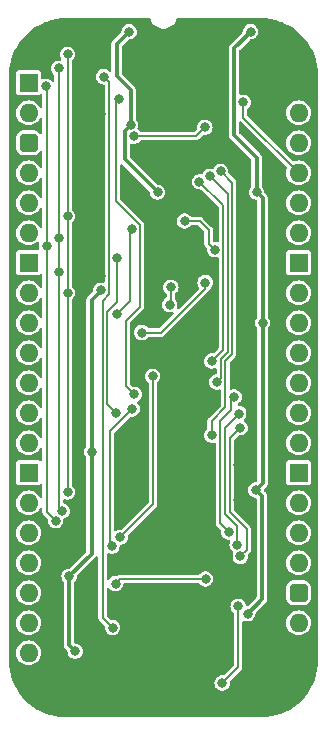
<source format=gbl>
%TF.GenerationSoftware,KiCad,Pcbnew,7.0.5*%
%TF.CreationDate,2024-02-13T10:13:18+02:00*%
%TF.ProjectId,GPIO Address Decode,4750494f-2041-4646-9472-657373204465,rev?*%
%TF.SameCoordinates,PX6d01460PY32de760*%
%TF.FileFunction,Copper,L2,Bot*%
%TF.FilePolarity,Positive*%
%FSLAX46Y46*%
G04 Gerber Fmt 4.6, Leading zero omitted, Abs format (unit mm)*
G04 Created by KiCad (PCBNEW 7.0.5) date 2024-02-13 10:13:18*
%MOMM*%
%LPD*%
G01*
G04 APERTURE LIST*
G04 Aperture macros list*
%AMRoundRect*
0 Rectangle with rounded corners*
0 $1 Rounding radius*
0 $2 $3 $4 $5 $6 $7 $8 $9 X,Y pos of 4 corners*
0 Add a 4 corners polygon primitive as box body*
4,1,4,$2,$3,$4,$5,$6,$7,$8,$9,$2,$3,0*
0 Add four circle primitives for the rounded corners*
1,1,$1+$1,$2,$3*
1,1,$1+$1,$4,$5*
1,1,$1+$1,$6,$7*
1,1,$1+$1,$8,$9*
0 Add four rect primitives between the rounded corners*
20,1,$1+$1,$2,$3,$4,$5,0*
20,1,$1+$1,$4,$5,$6,$7,0*
20,1,$1+$1,$6,$7,$8,$9,0*
20,1,$1+$1,$8,$9,$2,$3,0*%
G04 Aperture macros list end*
%TA.AperFunction,ComponentPad*%
%ADD10O,1.600000X1.600000*%
%TD*%
%TA.AperFunction,ComponentPad*%
%ADD11R,1.600000X1.600000*%
%TD*%
%TA.AperFunction,ComponentPad*%
%ADD12RoundRect,0.400000X-0.400000X-0.400000X0.400000X-0.400000X0.400000X0.400000X-0.400000X0.400000X0*%
%TD*%
%TA.AperFunction,ViaPad*%
%ADD13C,0.800000*%
%TD*%
%TA.AperFunction,Conductor*%
%ADD14C,0.380000*%
%TD*%
%TA.AperFunction,Conductor*%
%ADD15C,0.200000*%
%TD*%
G04 APERTURE END LIST*
D10*
%TO.P,J1,40,Pin_40*%
%TO.N,/GND*%
X22860000Y0D03*
%TO.P,J1,39,Pin_39*%
%TO.N,/Read GD _{56..63}*%
X22860000Y-2540000D03*
%TO.P,J1,38,Pin_38*%
%TO.N,/Read GD _{48..55}*%
X22860000Y-5080000D03*
%TO.P,J1,37,Pin_37*%
%TO.N,/Read GD _{40..47}*%
X22860000Y-7620000D03*
%TO.P,J1,36,Pin_36*%
%TO.N,/Read GD _{32..39}*%
X22860000Y-10160000D03*
%TO.P,J1,35,Pin_35*%
%TO.N,/Read GD _{24..31}*%
X22860000Y-12700000D03*
D11*
%TO.P,J1,34,Pin_34*%
%TO.N,/Read GD _{16..23}*%
X22860000Y-15240000D03*
D10*
%TO.P,J1,33,Pin_33*%
%TO.N,/Read GD _{8..15}*%
X22860000Y-17780000D03*
%TO.P,J1,32,Pin_32*%
%TO.N,/Read GD _{0..7}*%
X22860000Y-20320000D03*
%TO.P,J1,31,Pin_31*%
%TO.N,/Write GD _{56..63}*%
X22860000Y-22860000D03*
%TO.P,J1,30,Pin_30*%
%TO.N,/Write GD _{48..55}*%
X22860000Y-25400000D03*
%TO.P,J1,29,Pin_29*%
%TO.N,/Write GD _{40..47}*%
X22860000Y-27940000D03*
%TO.P,J1,28,Pin_28*%
%TO.N,/Write GD _{32..39}*%
X22860000Y-30480000D03*
D11*
%TO.P,J1,27,Pin_27*%
%TO.N,/Write GD _{24..31}*%
X22860000Y-33020000D03*
D10*
%TO.P,J1,26,Pin_26*%
%TO.N,/Write GD _{16..23}*%
X22860000Y-35560000D03*
%TO.P,J1,25,Pin_25*%
%TO.N,/Write GD _{8..15}*%
X22860000Y-38100000D03*
%TO.P,J1,24,Pin_24*%
%TO.N,/Write GD _{0..7}*%
X22860000Y-40640000D03*
D12*
%TO.P,J1,23,Pin_23*%
%TO.N,unconnected-(J1-Pin_23-Pad23)*%
X22860000Y-43180000D03*
D10*
%TO.P,J1,22,Pin_22*%
%TO.N,/Enable*%
X22860000Y-45720000D03*
%TO.P,J1,21,Pin_21*%
%TO.N,/GND*%
X22860000Y-48260000D03*
%TO.P,J1,20,Pin_20*%
%TO.N,/3.3V*%
X0Y-48260000D03*
%TO.P,J1,19,Pin_19*%
%TO.N,/Write Enable*%
X0Y-45720000D03*
%TO.P,J1,18,Pin_18*%
%TO.N,unconnected-(J1-Pin_18-Pad18)*%
X0Y-43180000D03*
%TO.P,J1,17,Pin_17*%
%TO.N,/Write OE _{0..7}*%
X0Y-40640000D03*
%TO.P,J1,16,Pin_16*%
%TO.N,/Write OE _{8..15}*%
X0Y-38100000D03*
%TO.P,J1,15,Pin_15*%
%TO.N,/Write OE _{16..23}*%
X0Y-35560000D03*
D11*
%TO.P,J1,14,Pin_14*%
%TO.N,/Write OE _{24..31}*%
X0Y-33020000D03*
D10*
%TO.P,J1,13,Pin_13*%
%TO.N,/Write OE _{32..39}*%
X0Y-30480000D03*
%TO.P,J1,12,Pin_12*%
%TO.N,/Write OE _{40..47}*%
X0Y-27940000D03*
%TO.P,J1,11,Pin_11*%
%TO.N,/Write OE _{48..55}*%
X0Y-25400000D03*
%TO.P,J1,10,Pin_10*%
%TO.N,/Write OE _{56..63}*%
X0Y-22860000D03*
%TO.P,J1,9,Pin_9*%
%TO.N,unconnected-(J1-Pin_9-Pad9)*%
X0Y-20320000D03*
%TO.P,J1,8,Pin_8*%
%TO.N,/A0*%
X0Y-17780000D03*
D11*
%TO.P,J1,7,Pin_7*%
%TO.N,/A1*%
X0Y-15240000D03*
D10*
%TO.P,J1,6,Pin_6*%
%TO.N,/A2*%
X0Y-12700000D03*
%TO.P,J1,5,Pin_5*%
%TO.N,/A3*%
X0Y-10160000D03*
%TO.P,J1,4,Pin_4*%
%TO.N,/A4*%
X0Y-7620000D03*
D12*
%TO.P,J1,3,Pin_3*%
%TO.N,/A_{Enable}*%
X0Y-5080000D03*
D10*
%TO.P,J1,2,Pin_2*%
%TO.N,unconnected-(J1-Pin_2-Pad2)*%
X0Y-2540000D03*
D11*
%TO.P,J1,1,Pin_1*%
%TO.N,/~{Reset}*%
X0Y0D03*
%TD*%
D13*
%TO.N,/GND*%
X17718000Y-35369752D03*
X11938000Y-10922000D03*
X18757500Y-21590000D03*
X5969006Y-9398000D03*
X18049750Y-13192250D03*
X12446000Y-27305000D03*
X8382000Y2158992D03*
X8509000Y-32131000D03*
X9652000Y-51308000D03*
X12509497Y2222497D03*
X5461000Y3556000D03*
X11938000Y-46609000D03*
X5969000Y-6350000D03*
X15493999Y-15620999D03*
X6096000Y-2667000D03*
X16255999Y-3556000D03*
X4445000Y-21082000D03*
X17718048Y-32385000D03*
X15748000Y-46228000D03*
X4953000Y-45339000D03*
X6096000Y-16383000D03*
X9652000Y-29845000D03*
X8851500Y-9486512D03*
X15494000Y-50292000D03*
%TO.N,/3.3V*%
X8636000Y-3556000D03*
X19240500Y-34480500D03*
X6096000Y-17586786D03*
X3936988Y-48133000D03*
X3429000Y-41783000D03*
X19812000Y-20320000D03*
X5334000Y-31242000D03*
X8515500Y4318000D03*
X18542000Y-44958000D03*
X19304000Y-9271000D03*
X18796000Y4318000D03*
X10921990Y-9271000D03*
%TO.N,/~{Reset}*%
X6350000Y508000D03*
X7112000Y-46129000D03*
%TO.N,/Enable*%
X17756076Y-44339673D03*
X16390674Y-50828000D03*
%TO.N,/A0*%
X3302000Y-34671000D03*
X3302000Y-11303000D03*
X3302000Y2413000D03*
X3302000Y-17780000D03*
%TO.N,/A1*%
X2540000Y-13142970D03*
X2540000Y-16002000D03*
X2540000Y1208000D03*
X2852793Y-36260136D03*
%TO.N,/A2*%
X1472593Y-299369D03*
X2286000Y-37084000D03*
X1524000Y-13843000D03*
%TO.N,Net-(IC2-~{E1})*%
X8964577Y-26384027D03*
X7620000Y-1397000D03*
%TO.N,Net-(IC2-~{Y7})*%
X8918000Y-4525767D03*
X14927278Y-3767491D03*
%TO.N,/Read GD _{40..47}*%
X18189000Y-1651000D03*
%TO.N,/A3*%
X15494000Y-23570000D03*
X14465994Y-8384721D03*
%TO.N,/A4*%
X15937000Y-25338000D03*
X15354959Y-7926740D03*
%TO.N,/A_{Enable}*%
X16256000Y-7493000D03*
X15494000Y-29845000D03*
%TO.N,Net-(IC4-~{Y2})*%
X7414289Y-27934972D03*
X7496000Y-14822385D03*
%TO.N,Net-(IC4-~{Y1})*%
X7050000Y-39243000D03*
X8763000Y-27612998D03*
%TO.N,Net-(IC6-~{Y7})*%
X14986000Y-42009000D03*
X7366000Y-42418000D03*
%TO.N,/Write GD _{40..47}*%
X17907000Y-29210000D03*
X17931851Y-40104406D03*
%TO.N,/Write GD _{48..55}*%
X17797422Y-28012543D03*
X17653000Y-39116000D03*
%TO.N,/Write GD _{56..63}*%
X17399000Y-26605000D03*
X16953000Y-38030390D03*
%TO.N,Net-(IC8-~{Y6})*%
X14958000Y-16924512D03*
X9596155Y-21153155D03*
%TO.N,Net-(IC8-~{Y5})*%
X11938000Y-18796000D03*
X12047410Y-17323000D03*
%TO.N,/Write OE _{0..7}*%
X10499938Y-24849324D03*
X7747000Y-38481000D03*
%TO.N,/Write OE _{56..63}*%
X13210875Y-11712000D03*
X8736000Y-12344732D03*
X15748000Y-14123000D03*
X7493000Y-19558000D03*
%TD*%
D14*
%TO.N,/GND*%
X15875000Y-46355000D02*
X15875000Y-49911000D01*
X6985000Y-47371000D02*
X11176000Y-47371000D01*
X11938000Y-48387000D02*
X9652000Y-50673000D01*
X22860000Y-48260000D02*
X19304000Y-51816000D01*
X18757500Y-21590000D02*
X18851000Y-21683500D01*
X9926000Y-10561012D02*
X10286988Y-10922000D01*
X17718048Y-32385000D02*
X17718048Y-35369704D01*
X9754225Y-25629225D02*
X8763000Y-24638000D01*
X5969000Y-9397994D02*
X5969006Y-9398000D01*
X5334000Y3429000D02*
X5461000Y3556000D01*
X18757500Y-21590000D02*
X18049750Y-20882250D01*
X4445000Y-17946915D02*
X4445000Y-21082000D01*
X9652000Y-29845000D02*
X9754225Y-29742775D01*
X19177000Y-36828752D02*
X17718000Y-35369752D01*
X11938000Y-46609000D02*
X11938000Y-48387000D01*
X15748000Y-46228000D02*
X15748000Y-44704000D01*
X11176000Y-47371000D02*
X11938000Y-46609000D01*
X15748000Y-46228000D02*
X15875000Y-46355000D01*
X15875000Y-49911000D02*
X15494000Y-50292000D01*
X18851000Y-29536000D02*
X17718048Y-30668952D01*
X8509000Y-32131000D02*
X9652000Y-30988000D01*
X9926000Y-19157000D02*
X9926000Y-10561012D01*
X8763000Y-20320000D02*
X9926000Y-19157000D01*
X6008915Y-16383000D02*
X4445000Y-17946915D01*
X4953000Y-45339000D02*
X6985000Y-47371000D01*
X9754225Y-29742775D02*
X9754225Y-25629225D01*
X19304000Y-51816000D02*
X15748000Y-51816000D01*
X5334000Y-1905000D02*
X5334000Y3429000D01*
X18049750Y-6619750D02*
X16255999Y-4825999D01*
X15748000Y-20320000D02*
X15748000Y-15875000D01*
X18851000Y-21683500D02*
X18851000Y-29536000D01*
X12446000Y-27305000D02*
X12446000Y-23622000D01*
X9652000Y-30988000D02*
X9652000Y-29845000D01*
X6096000Y-16383000D02*
X6008915Y-16383000D01*
X5969000Y-6350000D02*
X5969000Y-9397994D01*
X17718048Y-30668952D02*
X17718048Y-32385000D01*
X19177000Y-41275000D02*
X19177000Y-36828752D01*
X8763000Y-24638000D02*
X8763000Y-20320000D01*
X5461000Y-5842000D02*
X5461000Y-3302000D01*
X16255999Y-4825999D02*
X16255999Y-3556000D01*
X5969000Y-6350000D02*
X5461000Y-5842000D01*
X15748000Y-44704000D02*
X19177000Y-41275000D01*
X15494000Y-51562000D02*
X15494000Y-50292000D01*
X5461000Y-3302000D02*
X6096000Y-2667000D01*
X6096000Y-2667000D02*
X5334000Y-1905000D01*
X15748000Y-51816000D02*
X15494000Y-51562000D01*
X10286988Y-10922000D02*
X11938000Y-10922000D01*
X9652000Y-50673000D02*
X9652000Y-51308000D01*
X15748000Y-15875000D02*
X15493999Y-15620999D01*
X12446000Y-23622000D02*
X15748000Y-20320000D01*
X18049750Y-20882250D02*
X18049750Y-13192250D01*
X12509497Y2222497D02*
X12192000Y1905000D01*
X9926000Y-10561012D02*
X8851500Y-9486512D01*
X18049750Y-13192250D02*
X18049750Y-6619750D01*
X12192000Y1905000D02*
X8635992Y1905000D01*
X17718048Y-35369704D02*
X17718000Y-35369752D01*
X8635992Y1905000D02*
X8382000Y2158992D01*
%TO.N,/3.3V*%
X8128000Y-4064000D02*
X8128000Y-6477010D01*
X7465000Y536000D02*
X8636000Y-635000D01*
X3429000Y-41783000D02*
X5334000Y-39878000D01*
X8515500Y4318000D02*
X7465000Y3267500D01*
X19757000Y-34997000D02*
X19757000Y-43743000D01*
X8636000Y-635000D02*
X8636000Y-3556000D01*
X3429000Y-47625012D02*
X3936988Y-48133000D01*
X19812000Y-20320000D02*
X19812000Y-9779000D01*
X5334000Y-39878000D02*
X5334000Y-31242000D01*
X5334000Y-18415000D02*
X5334000Y-31242000D01*
X19240500Y-34480500D02*
X19757000Y-34997000D01*
X19812000Y-33909000D02*
X19240500Y-34480500D01*
X7465000Y3267500D02*
X7465000Y536000D01*
X8128000Y-6477010D02*
X10921990Y-9271000D01*
X17399000Y-4445000D02*
X19304000Y-6350000D01*
X18796000Y4318000D02*
X17399000Y2921000D01*
X19304000Y-6350000D02*
X19304000Y-9271000D01*
X19812000Y-20320000D02*
X19812000Y-33909000D01*
X19757000Y-43743000D02*
X18542000Y-44958000D01*
X17399000Y2921000D02*
X17399000Y-4445000D01*
X19812000Y-9779000D02*
X19304000Y-9271000D01*
X3429000Y-41783000D02*
X3429000Y-47625012D01*
X8636000Y-3556000D02*
X8128000Y-4064000D01*
X6096000Y-17653000D02*
X5334000Y-18415000D01*
X6096000Y-17586786D02*
X6096000Y-17653000D01*
D15*
%TO.N,/~{Reset}*%
X6266000Y-18444107D02*
X6266000Y-45283000D01*
X6266000Y-45283000D02*
X7112000Y-46129000D01*
X6350000Y508000D02*
X6796000Y62000D01*
X6796000Y62000D02*
X6796000Y-17914107D01*
X6796000Y-17914107D02*
X6266000Y-18444107D01*
%TO.N,/Enable*%
X17756076Y-44339673D02*
X17756076Y-49462598D01*
X17756076Y-49462598D02*
X16390674Y-50828000D01*
%TO.N,/A0*%
X3302000Y-17780000D02*
X3302000Y-34671000D01*
X3302000Y-11303000D02*
X3302000Y-17780000D01*
X3302000Y2413000D02*
X3302000Y-11303000D01*
%TO.N,/A1*%
X2540000Y-35947343D02*
X2852793Y-36260136D01*
X2540000Y-13142970D02*
X2540000Y-16002000D01*
X2540000Y1208000D02*
X2540000Y-13142970D01*
X2540000Y-16002000D02*
X2540000Y-35947343D01*
%TO.N,/A2*%
X1524000Y-13843000D02*
X1524000Y-36322000D01*
X1524000Y-350776D02*
X1472593Y-299369D01*
X1524000Y-36322000D02*
X2286000Y-37084000D01*
X1524000Y-13843000D02*
X1524000Y-350776D01*
%TO.N,Net-(IC2-~{E1})*%
X7620000Y-1397000D02*
X7384000Y-1633000D01*
X9436000Y-12054782D02*
X9436000Y-18954035D01*
X8255000Y-25674450D02*
X8964577Y-26384027D01*
X7384000Y-1633000D02*
X7384000Y-10002782D01*
X9436000Y-18954035D02*
X8255000Y-20135035D01*
X7384000Y-10002782D02*
X9436000Y-12054782D01*
X8255000Y-20135035D02*
X8255000Y-25674450D01*
%TO.N,Net-(IC2-~{Y7})*%
X14169002Y-4525767D02*
X14927278Y-3767491D01*
X8918000Y-4525767D02*
X14169002Y-4525767D01*
%TO.N,/Read GD _{40..47}*%
X22860000Y-7620000D02*
X18189000Y-2949000D01*
X18189000Y-2949000D02*
X18189000Y-1651000D01*
%TO.N,/A3*%
X16448000Y-22616000D02*
X16448000Y-10366727D01*
X15494000Y-23570000D02*
X16448000Y-22616000D01*
X16448000Y-10366727D02*
X14465994Y-8384721D01*
%TO.N,/A4*%
X16275000Y-23354685D02*
X16848000Y-22781685D01*
X16848000Y-9419781D02*
X15354959Y-7926740D01*
X15937000Y-25338000D02*
X16275000Y-25000000D01*
X16848000Y-22781685D02*
X16848000Y-9419781D01*
X16275000Y-25000000D02*
X16275000Y-23354685D01*
%TO.N,/A_{Enable}*%
X17248001Y-8485001D02*
X16256000Y-7493000D01*
X15494000Y-28644314D02*
X16675000Y-27463314D01*
X16675000Y-27463314D02*
X16675000Y-23520371D01*
X15494000Y-29845000D02*
X15494000Y-28644314D01*
X17248001Y-22947370D02*
X17248001Y-8485001D01*
X16675000Y-23520371D02*
X17248001Y-22947370D01*
%TO.N,Net-(IC4-~{Y2})*%
X7496000Y-14822385D02*
X7496000Y-18565050D01*
X7496000Y-18565050D02*
X6666000Y-19395050D01*
X6666000Y-27186683D02*
X7414289Y-27934972D01*
X6666000Y-19395050D02*
X6666000Y-27186683D01*
%TO.N,Net-(IC4-~{Y1})*%
X6857998Y-29518000D02*
X8763000Y-27612998D01*
X7050000Y-39243000D02*
X6857998Y-39050998D01*
X6857998Y-39050998D02*
X6857998Y-29518000D01*
%TO.N,Net-(IC6-~{Y7})*%
X14986000Y-42009000D02*
X7775000Y-42009000D01*
X7775000Y-42009000D02*
X7366000Y-42418000D01*
%TO.N,/Write GD _{40..47}*%
X18480000Y-37784000D02*
X18480000Y-39556257D01*
X17907000Y-29210000D02*
X17018000Y-30099000D01*
X17018000Y-36322000D02*
X18480000Y-37784000D01*
X17018000Y-30099000D02*
X17018000Y-36322000D01*
X18480000Y-39556257D02*
X17931851Y-40104406D01*
%TO.N,/Write GD _{48..55}*%
X17797422Y-28012543D02*
X16618000Y-29191965D01*
X17653000Y-37522686D02*
X17653000Y-39116000D01*
X16618000Y-36487686D02*
X17653000Y-37522686D01*
X16618000Y-29191965D02*
X16618000Y-36487686D01*
%TO.N,/Write GD _{56..63}*%
X16218000Y-37295390D02*
X16218000Y-28671647D01*
X16218000Y-28671647D02*
X17154907Y-27734740D01*
X17154907Y-27734740D02*
X17154907Y-26849093D01*
X17154907Y-26849093D02*
X17399000Y-26605000D01*
X16953000Y-38030390D02*
X16218000Y-37295390D01*
%TO.N,Net-(IC8-~{Y6})*%
X14958000Y-16924512D02*
X14958000Y-17427000D01*
X11231845Y-21153155D02*
X9596155Y-21153155D01*
X14958000Y-17427000D02*
X11231845Y-21153155D01*
%TO.N,Net-(IC8-~{Y5})*%
X12047410Y-17323000D02*
X12047410Y-18686590D01*
X12047410Y-18686590D02*
X11938000Y-18796000D01*
%TO.N,/Write OE _{0..7}*%
X10541000Y-35687000D02*
X10541000Y-24890386D01*
X10541000Y-24890386D02*
X10499938Y-24849324D01*
X7747000Y-38481000D02*
X10541000Y-35687000D01*
%TO.N,/Write OE _{56..63}*%
X15240000Y-12446000D02*
X14506000Y-11712000D01*
X8573614Y-12507118D02*
X8736000Y-12344732D01*
X14506000Y-11712000D02*
X13210875Y-11712000D01*
X8573614Y-18477386D02*
X8573614Y-12507118D01*
X15748000Y-14123000D02*
X15240000Y-13615000D01*
X7493000Y-19558000D02*
X8573614Y-18477386D01*
X15240000Y-13615000D02*
X15240000Y-12446000D01*
%TD*%
%TA.AperFunction,Conductor*%
%TO.N,/GND*%
G36*
X10288757Y5444815D02*
G01*
X10334512Y5392011D01*
X10338237Y5382918D01*
X10368439Y5299939D01*
X10393316Y5231590D01*
X10393319Y5231583D01*
X10402431Y5215801D01*
X10473613Y5092509D01*
X10493008Y5058917D01*
X10493012Y5058910D01*
X10532364Y5012013D01*
X10621174Y4906174D01*
X10773913Y4778010D01*
X10946587Y4678317D01*
X11133949Y4610123D01*
X11330307Y4575500D01*
X11330309Y4575500D01*
X11529691Y4575500D01*
X11529693Y4575500D01*
X11726051Y4610123D01*
X11913413Y4678317D01*
X12086087Y4778010D01*
X12238826Y4906174D01*
X12366990Y5058913D01*
X12466683Y5231587D01*
X12521760Y5382912D01*
X12563186Y5439174D01*
X12628455Y5464110D01*
X12638282Y5464500D01*
X19640830Y5464500D01*
X19683647Y5464500D01*
X19686351Y5464441D01*
X20103236Y5446240D01*
X20108589Y5445771D01*
X20520967Y5391481D01*
X20526268Y5390546D01*
X20932335Y5300523D01*
X20937525Y5299133D01*
X21334209Y5174059D01*
X21339286Y5172211D01*
X21463000Y5120967D01*
X21463000Y-5727317D01*
X18575818Y-2840136D01*
X18542333Y-2778813D01*
X18539499Y-2752455D01*
X18539499Y-2265346D01*
X18559184Y-2198311D01*
X18581264Y-2172543D01*
X18679483Y-2085530D01*
X18769220Y-1955523D01*
X18825237Y-1807818D01*
X18844278Y-1651000D01*
X18825237Y-1494182D01*
X18769220Y-1346477D01*
X18679483Y-1216470D01*
X18561240Y-1111717D01*
X18561238Y-1111716D01*
X18561237Y-1111715D01*
X18421365Y-1038303D01*
X18267986Y-1000500D01*
X18267985Y-1000500D01*
X18110015Y-1000500D01*
X18110014Y-1000500D01*
X17993173Y-1029298D01*
X17923371Y-1026229D01*
X17866309Y-985908D01*
X17840104Y-921139D01*
X17839500Y-908921D01*
X17839500Y2687178D01*
X17859185Y2754217D01*
X17875819Y2774859D01*
X18732142Y3631181D01*
X18793465Y3664666D01*
X18819823Y3667500D01*
X18874985Y3667500D01*
X19028365Y3705304D01*
X19028364Y3705304D01*
X19168240Y3778717D01*
X19286483Y3883470D01*
X19376220Y4013477D01*
X19432237Y4161182D01*
X19451278Y4318000D01*
X19432237Y4474818D01*
X19432236Y4474820D01*
X19388139Y4591095D01*
X19376220Y4622523D01*
X19286483Y4752530D01*
X19168240Y4857283D01*
X19168238Y4857284D01*
X19168237Y4857285D01*
X19028365Y4930697D01*
X18874986Y4968500D01*
X18874985Y4968500D01*
X18717015Y4968500D01*
X18717014Y4968500D01*
X18563634Y4930697D01*
X18423762Y4857285D01*
X18305516Y4752529D01*
X18215781Y4622525D01*
X18215780Y4622524D01*
X18159763Y4474820D01*
X18141413Y4323695D01*
X18113791Y4259517D01*
X18105998Y4250961D01*
X17107481Y3252443D01*
X17102294Y3247808D01*
X17072443Y3224002D01*
X17072441Y3224000D01*
X17040331Y3176904D01*
X17038991Y3175016D01*
X17005148Y3129159D01*
X17001248Y3121779D01*
X16997640Y3114285D01*
X16980841Y3059828D01*
X16980117Y3057628D01*
X16961290Y3003822D01*
X16959745Y2995660D01*
X16958500Y2987395D01*
X16958500Y2930405D01*
X16958457Y2928121D01*
X16957634Y2906131D01*
X16956324Y2871123D01*
X16957365Y2861890D01*
X16956508Y2861794D01*
X16958500Y2846681D01*
X16958500Y-4416771D01*
X16958110Y-4423719D01*
X16953834Y-4461656D01*
X16959728Y-4492805D01*
X16964438Y-4517698D01*
X16964821Y-4519952D01*
X16973315Y-4576305D01*
X16975781Y-4584301D01*
X16978521Y-4592130D01*
X17005145Y-4642504D01*
X17006190Y-4644574D01*
X17030930Y-4695948D01*
X17035586Y-4702778D01*
X17040569Y-4709528D01*
X17040571Y-4709532D01*
X17080876Y-4749837D01*
X17082459Y-4751481D01*
X17121250Y-4793287D01*
X17128516Y-4799081D01*
X17127978Y-4799754D01*
X17140072Y-4809033D01*
X18827181Y-6496141D01*
X18860666Y-6557464D01*
X18863500Y-6583822D01*
X18863500Y-8736381D01*
X18843815Y-8803420D01*
X18821727Y-8829196D01*
X18813518Y-8836468D01*
X18723781Y-8966475D01*
X18723780Y-8966476D01*
X18667762Y-9114181D01*
X18648721Y-9270999D01*
X18648721Y-9271000D01*
X18667762Y-9427818D01*
X18719775Y-9564962D01*
X18723780Y-9575523D01*
X18813517Y-9705530D01*
X18931760Y-9810283D01*
X18931762Y-9810284D01*
X19071634Y-9883696D01*
X19225014Y-9921500D01*
X19225015Y-9921500D01*
X19247500Y-9921500D01*
X19314539Y-9941185D01*
X19360294Y-9993989D01*
X19371500Y-10045500D01*
X19371500Y-19785381D01*
X19351815Y-19852420D01*
X19329727Y-19878196D01*
X19321518Y-19885468D01*
X19231781Y-20015475D01*
X19231780Y-20015476D01*
X19175762Y-20163181D01*
X19156721Y-20319999D01*
X19156721Y-20320000D01*
X19175762Y-20476818D01*
X19227740Y-20613870D01*
X19231780Y-20624523D01*
X19321517Y-20754530D01*
X19329726Y-20761803D01*
X19366853Y-20820992D01*
X19371499Y-20854618D01*
X19371499Y-33675175D01*
X19351814Y-33742214D01*
X19335183Y-33762853D01*
X19304360Y-33793678D01*
X19243038Y-33827165D01*
X19216676Y-33830000D01*
X19161514Y-33830000D01*
X19008134Y-33867803D01*
X18868262Y-33941215D01*
X18750016Y-34045971D01*
X18660281Y-34175975D01*
X18660280Y-34175976D01*
X18604262Y-34323681D01*
X18585222Y-34480499D01*
X18585222Y-34480500D01*
X18604262Y-34637318D01*
X18642907Y-34739215D01*
X18660280Y-34785023D01*
X18750017Y-34915030D01*
X18868260Y-35019783D01*
X18868262Y-35019784D01*
X19008134Y-35093196D01*
X19161514Y-35131000D01*
X19161515Y-35131000D01*
X19192499Y-35131000D01*
X19259538Y-35150685D01*
X19305293Y-35203489D01*
X19316499Y-35255000D01*
X19316499Y-43509176D01*
X19296814Y-43576215D01*
X19280180Y-43596857D01*
X18605858Y-44271181D01*
X18544535Y-44304666D01*
X18518177Y-44307500D01*
X18517302Y-44307500D01*
X18450263Y-44287815D01*
X18404508Y-44235011D01*
X18394206Y-44198446D01*
X18392313Y-44182855D01*
X18336296Y-44035150D01*
X18246559Y-43905143D01*
X18128316Y-43800390D01*
X18128314Y-43800389D01*
X18128313Y-43800388D01*
X17988441Y-43726976D01*
X17835062Y-43689173D01*
X17835061Y-43689173D01*
X17677091Y-43689173D01*
X17677090Y-43689173D01*
X17523710Y-43726976D01*
X17383838Y-43800388D01*
X17265592Y-43905144D01*
X17175857Y-44035148D01*
X17175856Y-44035149D01*
X17119838Y-44182854D01*
X17100798Y-44339672D01*
X17100798Y-44339673D01*
X17119838Y-44496491D01*
X17175856Y-44644196D01*
X17175857Y-44644197D01*
X17265593Y-44774204D01*
X17326185Y-44827883D01*
X17363802Y-44861208D01*
X17400929Y-44920396D01*
X17405576Y-44954023D01*
X17405576Y-49266053D01*
X17385891Y-49333092D01*
X17369257Y-49353734D01*
X16579948Y-50143042D01*
X16518625Y-50176527D01*
X16477395Y-50176004D01*
X16477104Y-50178404D01*
X16469659Y-50177500D01*
X16311689Y-50177500D01*
X16311688Y-50177500D01*
X16158308Y-50215303D01*
X16018436Y-50288715D01*
X15900190Y-50393471D01*
X15810455Y-50523475D01*
X15810454Y-50523476D01*
X15754436Y-50671181D01*
X15735396Y-50827999D01*
X15735396Y-50828000D01*
X15754436Y-50984818D01*
X15810453Y-51132522D01*
X15810454Y-51132523D01*
X15900191Y-51262530D01*
X16018434Y-51367283D01*
X16018436Y-51367284D01*
X16158308Y-51440696D01*
X16311688Y-51478500D01*
X16311689Y-51478500D01*
X16469659Y-51478500D01*
X16623039Y-51440696D01*
X16623038Y-51440695D01*
X16762914Y-51367283D01*
X16881157Y-51262530D01*
X16970894Y-51132523D01*
X17026911Y-50984818D01*
X17045952Y-50828000D01*
X17035948Y-50745617D01*
X17047408Y-50676696D01*
X17071360Y-50642994D01*
X17969122Y-49745232D01*
X17988978Y-49729109D01*
X17996745Y-49724035D01*
X18016949Y-49698075D01*
X18022017Y-49692337D01*
X18024451Y-49689905D01*
X18036401Y-49673165D01*
X18037908Y-49671146D01*
X18068593Y-49631724D01*
X18068595Y-49631716D01*
X18072093Y-49625253D01*
X18075317Y-49618661D01*
X18076652Y-49614175D01*
X18089582Y-49570742D01*
X18090340Y-49568375D01*
X18106576Y-49521086D01*
X18106576Y-49521079D01*
X18107782Y-49513854D01*
X18108693Y-49506551D01*
X18108618Y-49504752D01*
X18106626Y-49456597D01*
X18106576Y-49454135D01*
X18106576Y-45669243D01*
X18126261Y-45602204D01*
X18179065Y-45556449D01*
X18248223Y-45546505D01*
X18288199Y-45559445D01*
X18309635Y-45570696D01*
X18309637Y-45570696D01*
X18309638Y-45570697D01*
X18463014Y-45608500D01*
X18463015Y-45608500D01*
X18620985Y-45608500D01*
X18774365Y-45570696D01*
X18801510Y-45556449D01*
X18914240Y-45497283D01*
X19032483Y-45392530D01*
X19122220Y-45262523D01*
X19178237Y-45114818D01*
X19196587Y-44963690D01*
X19224207Y-44899515D01*
X19231990Y-44890969D01*
X20048528Y-44074431D01*
X20053696Y-44069812D01*
X20083557Y-44046001D01*
X20115684Y-43998877D01*
X20116986Y-43997042D01*
X20150852Y-43951158D01*
X20150853Y-43951156D01*
X20154733Y-43943814D01*
X20158356Y-43936289D01*
X20158360Y-43936285D01*
X20175170Y-43881784D01*
X20175877Y-43879639D01*
X20194710Y-43825820D01*
X20194710Y-43825817D01*
X20196253Y-43817660D01*
X20197500Y-43809394D01*
X20197500Y-43752404D01*
X20197542Y-43750122D01*
X20199675Y-43693123D01*
X20199674Y-43693121D01*
X20198635Y-43683894D01*
X20199488Y-43683797D01*
X20197500Y-43668682D01*
X20197500Y-35025228D01*
X20197890Y-35018280D01*
X20202165Y-34980344D01*
X20191566Y-34924332D01*
X20191177Y-34922042D01*
X20190120Y-34915030D01*
X20182685Y-34865694D01*
X20180238Y-34857763D01*
X20177477Y-34849872D01*
X20177477Y-34849869D01*
X20150848Y-34799485D01*
X20149824Y-34797457D01*
X20125070Y-34746054D01*
X20125068Y-34746049D01*
X20120408Y-34739215D01*
X20115427Y-34732465D01*
X20075147Y-34692186D01*
X20073539Y-34690516D01*
X20034751Y-34648714D01*
X20027482Y-34642917D01*
X20028017Y-34642245D01*
X20015926Y-34632965D01*
X19951141Y-34568180D01*
X19917656Y-34506857D01*
X19922640Y-34437165D01*
X19951139Y-34392820D01*
X20103528Y-34240431D01*
X20108696Y-34235812D01*
X20138557Y-34212001D01*
X20170694Y-34164862D01*
X20171982Y-34163046D01*
X20205852Y-34117157D01*
X20205853Y-34117155D01*
X20209743Y-34109794D01*
X20213356Y-34102289D01*
X20213360Y-34102285D01*
X20230161Y-34047811D01*
X20230885Y-34045614D01*
X20249710Y-33991819D01*
X20249710Y-33991812D01*
X20251255Y-33983650D01*
X20252500Y-33975394D01*
X20252500Y-33918403D01*
X20252542Y-33916121D01*
X20254675Y-33859123D01*
X20254674Y-33859122D01*
X20253635Y-33849894D01*
X20254488Y-33849797D01*
X20252500Y-33834682D01*
X20252500Y-20854618D01*
X20272185Y-20787579D01*
X20294274Y-20761801D01*
X20302483Y-20754530D01*
X20392220Y-20624523D01*
X20448237Y-20476818D01*
X20467278Y-20320000D01*
X20458498Y-20247685D01*
X20448237Y-20163181D01*
X20407726Y-20056363D01*
X20392220Y-20015477D01*
X20302483Y-19885470D01*
X20302481Y-19885468D01*
X20294273Y-19878196D01*
X20257146Y-19819007D01*
X20252500Y-19785381D01*
X20252500Y-9807220D01*
X20252889Y-9800282D01*
X20257164Y-9762343D01*
X20246559Y-9706300D01*
X20246180Y-9704060D01*
X20237685Y-9647694D01*
X20235231Y-9639740D01*
X20232477Y-9631869D01*
X20232477Y-9631868D01*
X20205842Y-9581473D01*
X20204818Y-9579446D01*
X20180070Y-9528054D01*
X20180068Y-9528052D01*
X20175381Y-9521176D01*
X20170428Y-9514466D01*
X20170428Y-9514465D01*
X20130109Y-9474147D01*
X20128527Y-9472504D01*
X20089748Y-9430711D01*
X20082484Y-9424918D01*
X20083019Y-9424246D01*
X20070932Y-9414969D01*
X19994001Y-9338038D01*
X19960516Y-9276715D01*
X19958586Y-9265303D01*
X19940237Y-9114182D01*
X19884220Y-8966477D01*
X19794483Y-8836470D01*
X19794481Y-8836468D01*
X19786273Y-8829196D01*
X19749146Y-8770007D01*
X19744500Y-8736381D01*
X19744500Y-6378228D01*
X19744889Y-6371289D01*
X19749165Y-6333344D01*
X19738556Y-6277279D01*
X19738177Y-6275040D01*
X19733376Y-6243186D01*
X19729685Y-6218694D01*
X19729684Y-6218691D01*
X19727231Y-6210738D01*
X19724479Y-6202875D01*
X19724478Y-6202869D01*
X19697841Y-6152470D01*
X19696808Y-6150423D01*
X19672068Y-6099050D01*
X19667403Y-6092207D01*
X19662428Y-6085467D01*
X19622121Y-6045160D01*
X19620539Y-6043517D01*
X19581750Y-6001713D01*
X19574482Y-5995917D01*
X19575017Y-5995245D01*
X19562926Y-5985965D01*
X17875819Y-4298858D01*
X17842334Y-4237535D01*
X17839500Y-4211177D01*
X17839500Y-3394544D01*
X17859185Y-3327505D01*
X17911989Y-3281750D01*
X17981147Y-3271806D01*
X18044703Y-3300831D01*
X18051180Y-3306863D01*
X21463000Y-6718682D01*
X21463000Y-53380965D01*
X21339290Y-53432208D01*
X21334205Y-53434059D01*
X20937549Y-53559125D01*
X20932322Y-53560525D01*
X20526274Y-53650543D01*
X20520945Y-53651483D01*
X20108606Y-53705768D01*
X20103215Y-53706240D01*
X19686351Y-53724441D01*
X19683647Y-53724500D01*
X3176353Y-53724500D01*
X3173649Y-53724441D01*
X2756784Y-53706240D01*
X2751393Y-53705768D01*
X2545223Y-53678625D01*
X2339051Y-53651482D01*
X2333725Y-53650543D01*
X1927677Y-53560525D01*
X1922458Y-53559127D01*
X1785053Y-53515803D01*
X1525795Y-53434059D01*
X1520710Y-53432208D01*
X1397000Y-53380965D01*
X1397000Y-41783000D01*
X2773721Y-41783000D01*
X2792762Y-41939818D01*
X2848779Y-42087523D01*
X2848780Y-42087523D01*
X2938517Y-42217530D01*
X2946726Y-42224803D01*
X2983853Y-42283992D01*
X2988499Y-42317618D01*
X2988499Y-47596783D01*
X2988109Y-47603729D01*
X2983834Y-47641669D01*
X2990269Y-47675673D01*
X2994438Y-47697710D01*
X2994821Y-47699964D01*
X3003315Y-47756317D01*
X3005781Y-47764313D01*
X3008521Y-47772142D01*
X3035145Y-47822516D01*
X3036190Y-47824586D01*
X3060930Y-47875960D01*
X3065586Y-47882790D01*
X3070569Y-47889540D01*
X3070571Y-47889544D01*
X3110876Y-47929849D01*
X3112459Y-47931493D01*
X3151250Y-47973299D01*
X3158516Y-47979093D01*
X3157978Y-47979766D01*
X3170072Y-47989045D01*
X3246986Y-48065959D01*
X3280471Y-48127282D01*
X3282401Y-48138693D01*
X3300751Y-48289818D01*
X3356768Y-48437523D01*
X3446505Y-48567530D01*
X3564748Y-48672283D01*
X3564750Y-48672284D01*
X3704622Y-48745696D01*
X3858002Y-48783500D01*
X3858003Y-48783500D01*
X4015973Y-48783500D01*
X4169353Y-48745696D01*
X4309228Y-48672283D01*
X4427471Y-48567530D01*
X4517208Y-48437523D01*
X4573225Y-48289818D01*
X4592266Y-48133000D01*
X4573660Y-47979766D01*
X4573225Y-47976181D01*
X4540369Y-47889547D01*
X4517208Y-47828477D01*
X4427471Y-47698470D01*
X4309228Y-47593717D01*
X4309226Y-47593716D01*
X4309225Y-47593715D01*
X4169353Y-47520303D01*
X4015974Y-47482500D01*
X4015973Y-47482500D01*
X3993500Y-47482500D01*
X3926461Y-47462815D01*
X3880706Y-47410011D01*
X3869500Y-47358500D01*
X3869500Y-42317618D01*
X3889185Y-42250579D01*
X3911274Y-42224801D01*
X3919483Y-42217530D01*
X4009220Y-42087523D01*
X4065237Y-41939818D01*
X4083587Y-41788690D01*
X4111207Y-41724515D01*
X4118990Y-41715969D01*
X5625528Y-40209431D01*
X5630696Y-40204812D01*
X5660557Y-40181001D01*
X5689044Y-40139216D01*
X5743073Y-40094913D01*
X5812476Y-40086852D01*
X5875219Y-40117593D01*
X5911382Y-40177376D01*
X5915500Y-40209065D01*
X5915500Y-45233788D01*
X5912861Y-45259232D01*
X5910957Y-45268312D01*
X5910957Y-45268316D01*
X5915023Y-45300938D01*
X5915499Y-45308600D01*
X5915499Y-45312033D01*
X5915501Y-45312052D01*
X5918876Y-45332277D01*
X5919245Y-45334809D01*
X5925427Y-45384393D01*
X5927520Y-45391426D01*
X5929907Y-45398379D01*
X5929908Y-45398381D01*
X5937608Y-45412609D01*
X5953691Y-45442330D01*
X5954864Y-45444608D01*
X5976802Y-45489484D01*
X5976804Y-45489486D01*
X5981071Y-45495464D01*
X5985582Y-45501259D01*
X6022341Y-45535098D01*
X6024190Y-45536872D01*
X6431309Y-45943991D01*
X6464794Y-46005314D01*
X6466724Y-46046617D01*
X6456722Y-46128999D01*
X6456722Y-46129000D01*
X6475762Y-46285818D01*
X6531779Y-46433523D01*
X6531780Y-46433523D01*
X6621517Y-46563530D01*
X6739760Y-46668283D01*
X6739762Y-46668284D01*
X6879634Y-46741696D01*
X7033014Y-46779500D01*
X7033015Y-46779500D01*
X7190985Y-46779500D01*
X7344365Y-46741696D01*
X7344365Y-46741695D01*
X7484240Y-46668283D01*
X7602483Y-46563530D01*
X7692220Y-46433523D01*
X7748237Y-46285818D01*
X7767278Y-46129000D01*
X7748237Y-45972182D01*
X7692220Y-45824477D01*
X7602483Y-45694470D01*
X7484240Y-45589717D01*
X7484238Y-45589716D01*
X7484237Y-45589715D01*
X7344365Y-45516303D01*
X7190986Y-45478500D01*
X7190985Y-45478500D01*
X7033015Y-45478500D01*
X7033014Y-45478500D01*
X7025568Y-45479404D01*
X7025177Y-45476188D01*
X6969782Y-45473519D01*
X6922723Y-45444042D01*
X6652818Y-45174137D01*
X6619333Y-45112814D01*
X6616499Y-45086456D01*
X6616499Y-42875207D01*
X6636184Y-42808168D01*
X6688988Y-42762413D01*
X6758146Y-42752469D01*
X6821702Y-42781494D01*
X6842549Y-42804767D01*
X6875515Y-42852528D01*
X6875517Y-42852530D01*
X6993760Y-42957283D01*
X6993762Y-42957284D01*
X7133634Y-43030696D01*
X7287014Y-43068500D01*
X7287015Y-43068500D01*
X7444985Y-43068500D01*
X7598365Y-43030696D01*
X7598364Y-43030695D01*
X7738240Y-42957283D01*
X7856483Y-42852530D01*
X7946220Y-42722523D01*
X8002237Y-42574818D01*
X8015139Y-42468553D01*
X8042762Y-42404375D01*
X8100696Y-42365319D01*
X8138236Y-42359500D01*
X14372436Y-42359500D01*
X14439475Y-42379185D01*
X14474487Y-42413062D01*
X14495515Y-42443528D01*
X14495516Y-42443529D01*
X14495517Y-42443530D01*
X14613760Y-42548283D01*
X14613762Y-42548284D01*
X14753634Y-42621696D01*
X14907014Y-42659500D01*
X14907015Y-42659500D01*
X15064985Y-42659500D01*
X15218365Y-42621696D01*
X15358240Y-42548283D01*
X15476483Y-42443530D01*
X15566220Y-42313523D01*
X15622237Y-42165818D01*
X15641278Y-42009000D01*
X15635425Y-41960791D01*
X15622237Y-41852181D01*
X15589176Y-41765008D01*
X15566220Y-41704477D01*
X15476483Y-41574470D01*
X15358240Y-41469717D01*
X15358238Y-41469716D01*
X15358237Y-41469715D01*
X15218365Y-41396303D01*
X15064986Y-41358500D01*
X15064985Y-41358500D01*
X14907015Y-41358500D01*
X14907014Y-41358500D01*
X14753634Y-41396303D01*
X14613762Y-41469715D01*
X14495515Y-41574471D01*
X14474487Y-41604938D01*
X14420205Y-41648930D01*
X14372436Y-41658500D01*
X7824206Y-41658500D01*
X7798761Y-41655861D01*
X7789685Y-41653958D01*
X7789682Y-41653958D01*
X7757068Y-41658023D01*
X7749392Y-41658500D01*
X7745960Y-41658500D01*
X7725716Y-41661877D01*
X7723193Y-41662245D01*
X7673606Y-41668426D01*
X7666575Y-41670519D01*
X7659618Y-41672907D01*
X7615687Y-41696682D01*
X7613411Y-41697853D01*
X7568513Y-41719803D01*
X7562566Y-41724048D01*
X7556739Y-41728584D01*
X7556337Y-41729021D01*
X7555639Y-41729439D01*
X7548637Y-41734891D01*
X7547977Y-41734044D01*
X7496448Y-41765008D01*
X7450167Y-41768129D01*
X7444986Y-41767500D01*
X7444985Y-41767500D01*
X7287015Y-41767500D01*
X7287014Y-41767500D01*
X7133634Y-41805303D01*
X6993762Y-41878715D01*
X6993759Y-41878717D01*
X6993760Y-41878717D01*
X6924791Y-41939818D01*
X6875515Y-41983472D01*
X6842548Y-42031232D01*
X6788265Y-42075222D01*
X6718816Y-42082881D01*
X6656252Y-42051777D01*
X6620435Y-41991785D01*
X6616499Y-41960795D01*
X6616499Y-39955249D01*
X6636184Y-39888214D01*
X6688988Y-39842459D01*
X6758146Y-39832515D01*
X6798124Y-39845456D01*
X6817635Y-39855696D01*
X6971014Y-39893500D01*
X6971015Y-39893500D01*
X7128985Y-39893500D01*
X7282365Y-39855696D01*
X7301875Y-39845456D01*
X7422240Y-39782283D01*
X7540483Y-39677530D01*
X7630220Y-39547523D01*
X7686237Y-39399818D01*
X7705278Y-39243000D01*
X7705575Y-39240554D01*
X7733197Y-39176376D01*
X7791131Y-39137319D01*
X7818619Y-39133058D01*
X7818540Y-39132404D01*
X7825985Y-39131500D01*
X7979365Y-39093696D01*
X7979364Y-39093696D01*
X8119240Y-39020283D01*
X8237483Y-38915530D01*
X8327220Y-38785523D01*
X8383237Y-38637818D01*
X8402278Y-38481000D01*
X8392274Y-38398617D01*
X8403734Y-38329696D01*
X8427686Y-38295994D01*
X10754046Y-35969634D01*
X10773902Y-35953511D01*
X10781669Y-35948437D01*
X10801873Y-35922477D01*
X10806941Y-35916739D01*
X10809376Y-35914306D01*
X10821334Y-35897555D01*
X10822799Y-35895591D01*
X10853517Y-35856126D01*
X10853519Y-35856119D01*
X10857026Y-35849638D01*
X10860241Y-35843063D01*
X10861576Y-35838577D01*
X10874506Y-35795144D01*
X10875264Y-35792777D01*
X10891500Y-35745488D01*
X10891500Y-35745481D01*
X10892706Y-35738258D01*
X10893617Y-35730951D01*
X10891553Y-35681041D01*
X10891500Y-35678478D01*
X10891500Y-25427297D01*
X10911185Y-25360258D01*
X10933274Y-25334481D01*
X10990420Y-25283855D01*
X10990421Y-25283854D01*
X11080158Y-25153847D01*
X11136175Y-25006142D01*
X11155216Y-24849324D01*
X11136175Y-24692506D01*
X11134276Y-24687500D01*
X11091218Y-24573964D01*
X11080158Y-24544801D01*
X10990421Y-24414794D01*
X10872178Y-24310041D01*
X10872176Y-24310040D01*
X10872175Y-24310039D01*
X10732303Y-24236627D01*
X10578924Y-24198824D01*
X10578923Y-24198824D01*
X10420953Y-24198824D01*
X10420952Y-24198824D01*
X10267572Y-24236627D01*
X10127700Y-24310039D01*
X10009454Y-24414795D01*
X9919719Y-24544799D01*
X9919718Y-24544800D01*
X9863700Y-24692505D01*
X9844660Y-24849323D01*
X9844660Y-24849324D01*
X9863700Y-25006142D01*
X9919718Y-25153847D01*
X9919719Y-25153848D01*
X10009455Y-25283855D01*
X10095698Y-25360258D01*
X10127698Y-25388607D01*
X10127701Y-25388608D01*
X10133876Y-25392871D01*
X10132509Y-25394850D01*
X10174327Y-25435296D01*
X10190500Y-25496528D01*
X10190500Y-35490455D01*
X10170815Y-35557494D01*
X10154181Y-35578136D01*
X7936274Y-37796042D01*
X7874951Y-37829527D01*
X7833721Y-37829004D01*
X7833430Y-37831404D01*
X7825985Y-37830500D01*
X7668015Y-37830500D01*
X7668014Y-37830500D01*
X7514635Y-37868303D01*
X7390122Y-37933653D01*
X7321614Y-37947377D01*
X7256561Y-37921885D01*
X7215617Y-37865269D01*
X7208498Y-37823861D01*
X7208498Y-29714543D01*
X7228183Y-29647504D01*
X7244812Y-29626867D01*
X8573725Y-28297953D01*
X8635046Y-28264470D01*
X8676271Y-28265037D01*
X8676568Y-28262594D01*
X8684014Y-28263498D01*
X8684015Y-28263498D01*
X8841985Y-28263498D01*
X8995365Y-28225694D01*
X9045303Y-28199484D01*
X9135240Y-28152281D01*
X9253483Y-28047528D01*
X9343220Y-27917521D01*
X9399237Y-27769816D01*
X9418278Y-27612998D01*
X9399237Y-27456180D01*
X9343220Y-27308475D01*
X9253483Y-27178468D01*
X9238085Y-27164827D01*
X9200959Y-27105638D01*
X9201727Y-27035773D01*
X9240144Y-26977413D01*
X9262678Y-26962221D01*
X9336817Y-26923310D01*
X9455060Y-26818557D01*
X9544797Y-26688550D01*
X9600814Y-26540845D01*
X9619855Y-26384027D01*
X9600814Y-26227209D01*
X9544797Y-26079504D01*
X9455060Y-25949497D01*
X9336817Y-25844744D01*
X9336815Y-25844743D01*
X9336814Y-25844742D01*
X9196942Y-25771330D01*
X9043563Y-25733527D01*
X9043562Y-25733527D01*
X8885592Y-25733527D01*
X8885590Y-25733527D01*
X8878149Y-25734431D01*
X8877761Y-25731236D01*
X8822239Y-25728503D01*
X8775301Y-25699069D01*
X8641818Y-25565586D01*
X8608333Y-25504263D01*
X8605499Y-25477914D01*
X8605499Y-21153155D01*
X8940877Y-21153155D01*
X8959917Y-21309973D01*
X9006793Y-21433573D01*
X9015935Y-21457678D01*
X9105672Y-21587685D01*
X9223915Y-21692438D01*
X9223917Y-21692439D01*
X9363789Y-21765851D01*
X9517169Y-21803655D01*
X9517170Y-21803655D01*
X9675140Y-21803655D01*
X9828520Y-21765851D01*
X9828519Y-21765851D01*
X9968395Y-21692438D01*
X10086638Y-21587685D01*
X10107668Y-21557216D01*
X10161950Y-21513225D01*
X10209719Y-21503655D01*
X11182634Y-21503655D01*
X11208079Y-21506293D01*
X11217160Y-21508198D01*
X11232850Y-21506242D01*
X11249784Y-21504132D01*
X11257460Y-21503655D01*
X11260880Y-21503655D01*
X11260885Y-21503655D01*
X11270148Y-21502109D01*
X11281123Y-21500278D01*
X11283656Y-21499908D01*
X11333238Y-21493728D01*
X11333244Y-21493724D01*
X11340296Y-21491625D01*
X11347222Y-21489247D01*
X11347226Y-21489247D01*
X11376111Y-21473614D01*
X11391174Y-21465463D01*
X11393435Y-21464298D01*
X11438329Y-21442353D01*
X11438332Y-21442349D01*
X11444298Y-21438090D01*
X11450099Y-21433574D01*
X11450103Y-21433573D01*
X11483946Y-21396808D01*
X11485671Y-21395009D01*
X15171046Y-17709634D01*
X15190902Y-17693511D01*
X15198669Y-17688437D01*
X15218873Y-17662477D01*
X15223941Y-17656739D01*
X15226375Y-17654307D01*
X15238325Y-17637567D01*
X15239832Y-17635548D01*
X15270517Y-17596126D01*
X15270519Y-17596118D01*
X15274017Y-17589655D01*
X15277241Y-17583063D01*
X15278576Y-17578577D01*
X15291506Y-17535144D01*
X15292264Y-17532777D01*
X15299094Y-17512883D01*
X15334146Y-17460334D01*
X15448483Y-17359042D01*
X15538220Y-17229035D01*
X15594237Y-17081330D01*
X15613278Y-16924512D01*
X15594237Y-16767694D01*
X15538220Y-16619989D01*
X15448483Y-16489982D01*
X15330240Y-16385229D01*
X15330238Y-16385228D01*
X15330237Y-16385227D01*
X15190365Y-16311815D01*
X15036986Y-16274012D01*
X15036985Y-16274012D01*
X14879015Y-16274012D01*
X14879014Y-16274012D01*
X14725634Y-16311815D01*
X14585762Y-16385227D01*
X14519195Y-16444200D01*
X14467548Y-16489955D01*
X14467516Y-16489983D01*
X14377781Y-16619987D01*
X14377780Y-16619988D01*
X14321762Y-16767693D01*
X14302721Y-16924511D01*
X14302721Y-16924512D01*
X14321762Y-17081330D01*
X14353943Y-17166182D01*
X14377780Y-17229035D01*
X14429056Y-17303321D01*
X14434441Y-17311123D01*
X14456324Y-17377478D01*
X14438859Y-17445129D01*
X14420072Y-17469244D01*
X12761372Y-19127945D01*
X12700049Y-19161430D01*
X12630357Y-19156446D01*
X12574424Y-19114574D01*
X12550007Y-19049110D01*
X12557748Y-18996294D01*
X12574237Y-18952818D01*
X12593278Y-18796000D01*
X12590682Y-18774615D01*
X12574237Y-18639181D01*
X12541541Y-18552969D01*
X12518220Y-18491477D01*
X12506299Y-18474207D01*
X12467710Y-18418301D01*
X12428483Y-18361470D01*
X12428481Y-18361468D01*
X12424222Y-18355298D01*
X12425462Y-18354441D01*
X12399371Y-18298911D01*
X12397910Y-18279933D01*
X12397910Y-17937350D01*
X12417595Y-17870311D01*
X12439681Y-17844536D01*
X12537893Y-17757530D01*
X12627630Y-17627523D01*
X12683647Y-17479818D01*
X12702688Y-17323000D01*
X12697742Y-17282261D01*
X12683647Y-17166181D01*
X12634111Y-17035567D01*
X12627630Y-17018477D01*
X12537893Y-16888470D01*
X12419650Y-16783717D01*
X12419648Y-16783716D01*
X12419647Y-16783715D01*
X12279775Y-16710303D01*
X12126396Y-16672500D01*
X12126395Y-16672500D01*
X11968425Y-16672500D01*
X11968424Y-16672500D01*
X11815044Y-16710303D01*
X11675172Y-16783715D01*
X11556926Y-16888471D01*
X11467191Y-17018475D01*
X11467190Y-17018476D01*
X11411172Y-17166181D01*
X11392132Y-17322999D01*
X11392132Y-17323000D01*
X11411172Y-17479818D01*
X11455283Y-17596126D01*
X11467190Y-17627523D01*
X11485675Y-17654303D01*
X11556927Y-17757531D01*
X11617519Y-17811210D01*
X11655136Y-17844535D01*
X11692263Y-17903723D01*
X11696910Y-17937350D01*
X11696910Y-18112922D01*
X11677225Y-18179961D01*
X11630537Y-18222718D01*
X11565763Y-18256714D01*
X11565762Y-18256715D01*
X11495137Y-18319283D01*
X11449572Y-18359650D01*
X11447516Y-18361471D01*
X11357781Y-18491475D01*
X11357780Y-18491476D01*
X11301762Y-18639181D01*
X11282721Y-18795999D01*
X11282721Y-18796000D01*
X11301762Y-18952818D01*
X11342333Y-19059793D01*
X11357780Y-19100523D01*
X11447517Y-19230530D01*
X11565760Y-19335283D01*
X11565762Y-19335284D01*
X11705634Y-19408696D01*
X11859014Y-19446500D01*
X11859015Y-19446500D01*
X12016985Y-19446500D01*
X12150224Y-19413660D01*
X12220025Y-19416729D01*
X12277087Y-19457049D01*
X12303293Y-19521818D01*
X12290321Y-19590473D01*
X12267579Y-19621738D01*
X11122982Y-20766336D01*
X11061659Y-20799821D01*
X11035301Y-20802655D01*
X10209719Y-20802655D01*
X10142680Y-20782970D01*
X10107668Y-20749093D01*
X10086639Y-20718626D01*
X10086638Y-20718625D01*
X9968395Y-20613872D01*
X9968393Y-20613871D01*
X9968392Y-20613870D01*
X9828520Y-20540458D01*
X9675141Y-20502655D01*
X9675140Y-20502655D01*
X9517170Y-20502655D01*
X9517169Y-20502655D01*
X9363789Y-20540458D01*
X9223917Y-20613870D01*
X9105671Y-20718626D01*
X9015936Y-20848630D01*
X9015935Y-20848631D01*
X8959917Y-20996336D01*
X8940877Y-21153154D01*
X8940877Y-21153155D01*
X8605499Y-21153155D01*
X8605499Y-20331577D01*
X8625184Y-20264539D01*
X8641813Y-20243902D01*
X9649046Y-19236669D01*
X9668902Y-19220546D01*
X9676669Y-19215472D01*
X9696873Y-19189512D01*
X9701941Y-19183774D01*
X9704375Y-19181342D01*
X9716333Y-19164590D01*
X9717800Y-19162624D01*
X9748517Y-19123161D01*
X9748519Y-19123153D01*
X9752006Y-19116710D01*
X9755234Y-19110107D01*
X9755239Y-19110101D01*
X9769501Y-19062190D01*
X9770259Y-19059825D01*
X9786500Y-19012523D01*
X9786500Y-19012516D01*
X9787705Y-19005296D01*
X9788617Y-18997987D01*
X9786553Y-18948086D01*
X9786500Y-18945524D01*
X9786500Y-12103990D01*
X9789139Y-12078542D01*
X9791042Y-12069466D01*
X9787394Y-12040207D01*
X9786975Y-12036849D01*
X9786499Y-12029174D01*
X9786500Y-12025742D01*
X9783121Y-12005495D01*
X9782753Y-12002970D01*
X9781598Y-11993711D01*
X9776573Y-11953389D01*
X9776571Y-11953386D01*
X9774481Y-11946361D01*
X9772091Y-11939398D01*
X9748317Y-11895470D01*
X9747157Y-11893219D01*
X9733949Y-11866200D01*
X9725200Y-11848301D01*
X9720919Y-11842306D01*
X9716420Y-11836526D01*
X9703393Y-11824534D01*
X9679642Y-11802669D01*
X9677820Y-11800920D01*
X9588900Y-11712000D01*
X12555597Y-11712000D01*
X12574637Y-11868818D01*
X12606711Y-11953389D01*
X12630655Y-12016523D01*
X12720392Y-12146530D01*
X12838635Y-12251283D01*
X12838637Y-12251284D01*
X12978509Y-12324696D01*
X13131889Y-12362500D01*
X13131890Y-12362500D01*
X13289860Y-12362500D01*
X13443240Y-12324696D01*
X13443240Y-12324695D01*
X13583115Y-12251283D01*
X13701358Y-12146530D01*
X13722388Y-12116061D01*
X13776670Y-12072070D01*
X13824439Y-12062500D01*
X14309456Y-12062500D01*
X14376495Y-12082185D01*
X14397137Y-12098819D01*
X14853181Y-12554862D01*
X14886666Y-12616185D01*
X14889500Y-12642543D01*
X14889500Y-13565788D01*
X14886861Y-13591232D01*
X14884957Y-13600311D01*
X14884957Y-13600317D01*
X14889023Y-13632937D01*
X14889500Y-13640614D01*
X14889500Y-13644040D01*
X14890073Y-13647472D01*
X14892876Y-13664276D01*
X14893245Y-13666808D01*
X14899427Y-13716393D01*
X14901520Y-13723426D01*
X14903907Y-13730379D01*
X14903908Y-13730381D01*
X14911608Y-13744609D01*
X14927691Y-13774330D01*
X14928864Y-13776608D01*
X14950802Y-13821484D01*
X14950804Y-13821486D01*
X14955071Y-13827464D01*
X14959582Y-13833259D01*
X14996341Y-13867098D01*
X14998190Y-13868872D01*
X15067309Y-13937991D01*
X15100794Y-13999314D01*
X15102724Y-14040617D01*
X15092722Y-14122999D01*
X15092722Y-14123000D01*
X15111762Y-14279818D01*
X15158550Y-14403185D01*
X15167780Y-14427523D01*
X15257517Y-14557530D01*
X15375760Y-14662283D01*
X15375762Y-14662284D01*
X15515634Y-14735696D01*
X15669014Y-14773500D01*
X15669015Y-14773500D01*
X15826985Y-14773500D01*
X15943825Y-14744702D01*
X16013626Y-14747771D01*
X16070688Y-14788091D01*
X16096894Y-14852860D01*
X16097499Y-14865099D01*
X16097500Y-22419456D01*
X16077815Y-22486495D01*
X16061181Y-22507137D01*
X15683275Y-22885042D01*
X15621952Y-22918527D01*
X15580722Y-22918004D01*
X15580431Y-22920404D01*
X15572985Y-22919500D01*
X15415015Y-22919500D01*
X15415014Y-22919500D01*
X15261634Y-22957303D01*
X15121762Y-23030715D01*
X15121759Y-23030717D01*
X15121760Y-23030717D01*
X15024935Y-23116496D01*
X15003516Y-23135471D01*
X14913781Y-23265475D01*
X14913780Y-23265476D01*
X14857762Y-23413181D01*
X14838721Y-23569999D01*
X14838721Y-23570000D01*
X14857762Y-23726818D01*
X14913780Y-23874522D01*
X14913780Y-23874523D01*
X15003517Y-24004530D01*
X15121760Y-24109283D01*
X15121762Y-24109284D01*
X15261634Y-24182696D01*
X15415014Y-24220500D01*
X15415015Y-24220500D01*
X15572985Y-24220500D01*
X15726365Y-24182696D01*
X15742873Y-24174031D01*
X15811379Y-24160305D01*
X15876433Y-24185795D01*
X15917379Y-24242410D01*
X15924500Y-24283827D01*
X15924500Y-24573964D01*
X15904815Y-24641003D01*
X15852011Y-24686758D01*
X15830175Y-24694361D01*
X15704633Y-24725304D01*
X15564762Y-24798715D01*
X15446516Y-24903471D01*
X15356781Y-25033475D01*
X15356780Y-25033476D01*
X15300762Y-25181181D01*
X15281721Y-25337999D01*
X15281721Y-25338000D01*
X15300762Y-25494818D01*
X15350225Y-25625238D01*
X15356780Y-25642523D01*
X15446517Y-25772530D01*
X15564760Y-25877283D01*
X15564762Y-25877284D01*
X15704634Y-25950696D01*
X15858014Y-25988500D01*
X15858015Y-25988500D01*
X16015985Y-25988500D01*
X16169365Y-25950696D01*
X16169365Y-25950695D01*
X16170825Y-25950336D01*
X16240628Y-25953405D01*
X16297690Y-25993725D01*
X16323895Y-26058495D01*
X16324500Y-26070733D01*
X16324500Y-27266769D01*
X16304815Y-27333808D01*
X16288181Y-27354450D01*
X15280955Y-28361675D01*
X15261106Y-28377796D01*
X15253331Y-28382876D01*
X15233143Y-28408812D01*
X15228067Y-28414562D01*
X15225634Y-28416995D01*
X15225624Y-28417008D01*
X15213695Y-28433715D01*
X15212164Y-28435767D01*
X15181483Y-28475186D01*
X15177975Y-28481667D01*
X15174761Y-28488245D01*
X15160506Y-28536123D01*
X15159725Y-28538561D01*
X15143498Y-28585828D01*
X15142290Y-28593065D01*
X15141382Y-28600355D01*
X15143447Y-28650261D01*
X15143500Y-28652824D01*
X15143500Y-29230649D01*
X15123815Y-29297688D01*
X15101728Y-29323462D01*
X15003517Y-29410470D01*
X15003516Y-29410471D01*
X14913781Y-29540475D01*
X14913780Y-29540476D01*
X14857762Y-29688181D01*
X14838721Y-29844999D01*
X14838721Y-29845000D01*
X14857762Y-30001818D01*
X14913780Y-30149523D01*
X15003517Y-30279530D01*
X15121760Y-30384283D01*
X15121762Y-30384284D01*
X15261634Y-30457696D01*
X15415014Y-30495500D01*
X15415015Y-30495500D01*
X15572985Y-30495500D01*
X15713827Y-30460786D01*
X15783626Y-30463855D01*
X15840688Y-30504175D01*
X15866894Y-30568944D01*
X15867499Y-30581183D01*
X15867500Y-37246178D01*
X15864861Y-37271622D01*
X15862957Y-37280701D01*
X15862957Y-37280707D01*
X15867023Y-37313327D01*
X15867500Y-37321004D01*
X15867500Y-37324430D01*
X15870232Y-37340810D01*
X15870876Y-37344666D01*
X15871245Y-37347198D01*
X15877427Y-37396783D01*
X15879520Y-37403816D01*
X15881907Y-37410769D01*
X15881908Y-37410771D01*
X15889608Y-37424999D01*
X15905691Y-37454720D01*
X15906864Y-37456998D01*
X15928802Y-37501874D01*
X15928804Y-37501876D01*
X15933071Y-37507854D01*
X15937582Y-37513649D01*
X15974341Y-37547488D01*
X15976190Y-37549262D01*
X16272309Y-37845381D01*
X16305794Y-37906704D01*
X16307724Y-37948007D01*
X16297722Y-38030389D01*
X16297722Y-38030390D01*
X16316762Y-38187208D01*
X16358019Y-38295991D01*
X16372780Y-38334913D01*
X16462517Y-38464920D01*
X16580760Y-38569673D01*
X16580762Y-38569674D01*
X16720634Y-38643086D01*
X16874014Y-38680890D01*
X16942660Y-38680890D01*
X17009699Y-38700575D01*
X17055454Y-38753379D01*
X17065398Y-38822537D01*
X17058602Y-38848861D01*
X17016763Y-38959181D01*
X16997721Y-39115999D01*
X16997721Y-39116000D01*
X17016762Y-39272818D01*
X17064928Y-39399818D01*
X17072780Y-39420523D01*
X17162517Y-39550530D01*
X17280760Y-39655283D01*
X17288330Y-39659256D01*
X17338543Y-39707841D01*
X17354518Y-39775860D01*
X17346647Y-39813024D01*
X17295614Y-39947587D01*
X17276573Y-40104405D01*
X17276573Y-40104406D01*
X17295613Y-40261224D01*
X17351630Y-40408929D01*
X17351631Y-40408929D01*
X17441368Y-40538936D01*
X17559611Y-40643689D01*
X17559613Y-40643690D01*
X17699485Y-40717102D01*
X17852865Y-40754906D01*
X17852866Y-40754906D01*
X18010836Y-40754906D01*
X18164216Y-40717102D01*
X18304091Y-40643689D01*
X18422334Y-40538936D01*
X18512071Y-40408929D01*
X18568088Y-40261224D01*
X18587129Y-40104406D01*
X18577125Y-40022022D01*
X18588585Y-39953101D01*
X18612537Y-39919399D01*
X18693043Y-39838893D01*
X18712894Y-39822773D01*
X18720669Y-39817694D01*
X18740864Y-39791745D01*
X18745942Y-39785994D01*
X18748375Y-39783563D01*
X18760301Y-39766857D01*
X18761804Y-39764841D01*
X18792517Y-39725383D01*
X18792519Y-39725374D01*
X18796017Y-39718912D01*
X18799241Y-39712320D01*
X18800576Y-39707834D01*
X18813506Y-39664401D01*
X18814264Y-39662034D01*
X18830500Y-39614745D01*
X18830500Y-39614738D01*
X18831706Y-39607515D01*
X18832617Y-39600208D01*
X18830553Y-39550298D01*
X18830500Y-39547735D01*
X18830500Y-37833206D01*
X18833139Y-37807760D01*
X18834099Y-37803181D01*
X18835042Y-37798685D01*
X18832782Y-37780561D01*
X18830977Y-37766068D01*
X18830500Y-37758391D01*
X18830500Y-37754963D01*
X18830499Y-37754957D01*
X18827123Y-37734728D01*
X18826753Y-37732188D01*
X18822329Y-37696696D01*
X18820573Y-37682607D01*
X18820572Y-37682604D01*
X18818481Y-37675579D01*
X18816091Y-37668616D01*
X18792317Y-37624688D01*
X18791157Y-37622437D01*
X18777949Y-37595418D01*
X18769200Y-37577519D01*
X18764919Y-37571524D01*
X18760420Y-37565744D01*
X18760418Y-37565742D01*
X18723642Y-37531887D01*
X18721820Y-37530138D01*
X17404819Y-36213137D01*
X17371334Y-36151814D01*
X17368500Y-36125456D01*
X17368500Y-30295542D01*
X17388185Y-30228503D01*
X17404815Y-30207865D01*
X17717724Y-29894955D01*
X17779045Y-29861472D01*
X17820270Y-29862039D01*
X17820567Y-29859596D01*
X17828013Y-29860500D01*
X17828015Y-29860500D01*
X17985985Y-29860500D01*
X18139365Y-29822696D01*
X18139364Y-29822696D01*
X18279240Y-29749283D01*
X18397483Y-29644530D01*
X18487220Y-29514523D01*
X18543237Y-29366818D01*
X18562278Y-29210000D01*
X18543237Y-29053182D01*
X18532057Y-29023704D01*
X18512941Y-28973299D01*
X18487220Y-28905477D01*
X18397483Y-28775470D01*
X18279240Y-28670717D01*
X18279238Y-28670716D01*
X18279235Y-28670713D01*
X18273066Y-28666455D01*
X18274862Y-28663852D01*
X18234965Y-28625193D01*
X18219039Y-28557163D01*
X18242421Y-28491322D01*
X18260616Y-28471248D01*
X18287905Y-28447073D01*
X18377642Y-28317066D01*
X18433659Y-28169361D01*
X18452700Y-28012543D01*
X18441163Y-27917522D01*
X18433659Y-27855724D01*
X18395578Y-27755314D01*
X18377642Y-27708020D01*
X18287905Y-27578013D01*
X18169662Y-27473260D01*
X18169660Y-27473259D01*
X18169659Y-27473258D01*
X18029787Y-27399846D01*
X17876408Y-27362043D01*
X17876407Y-27362043D01*
X17852401Y-27362043D01*
X17785362Y-27342358D01*
X17739607Y-27289554D01*
X17729663Y-27220396D01*
X17758688Y-27156840D01*
X17770174Y-27145227D01*
X17771240Y-27144283D01*
X17889483Y-27039530D01*
X17979220Y-26909523D01*
X18035237Y-26761818D01*
X18054278Y-26605000D01*
X18035237Y-26448182D01*
X17979220Y-26300477D01*
X17889483Y-26170470D01*
X17771240Y-26065717D01*
X17771238Y-26065716D01*
X17771237Y-26065715D01*
X17631365Y-25992303D01*
X17477986Y-25954500D01*
X17477985Y-25954500D01*
X17320015Y-25954500D01*
X17320014Y-25954500D01*
X17179174Y-25989213D01*
X17109372Y-25986144D01*
X17052310Y-25945823D01*
X17026105Y-25881054D01*
X17025500Y-25868816D01*
X17025500Y-23716913D01*
X17045185Y-23649874D01*
X17061815Y-23629236D01*
X17461040Y-23230010D01*
X17480903Y-23213881D01*
X17488670Y-23208807D01*
X17508865Y-23182858D01*
X17513943Y-23177107D01*
X17516376Y-23174676D01*
X17528302Y-23157970D01*
X17529805Y-23155954D01*
X17560518Y-23116496D01*
X17560520Y-23116487D01*
X17564018Y-23110025D01*
X17567242Y-23103433D01*
X17568577Y-23098947D01*
X17581507Y-23055514D01*
X17582265Y-23053147D01*
X17598501Y-23005858D01*
X17598501Y-23005851D01*
X17599707Y-22998626D01*
X17600618Y-22991322D01*
X17598553Y-22941409D01*
X17598500Y-22938846D01*
X17598500Y-15845182D01*
X17598500Y-8534197D01*
X17601138Y-8508767D01*
X17603043Y-8499686D01*
X17601192Y-8484840D01*
X17598978Y-8467069D01*
X17598501Y-8459392D01*
X17598501Y-8455964D01*
X17598500Y-8455958D01*
X17595124Y-8435729D01*
X17594754Y-8433189D01*
X17593419Y-8422485D01*
X17588574Y-8383608D01*
X17588573Y-8383605D01*
X17586482Y-8376580D01*
X17584092Y-8369617D01*
X17560318Y-8325689D01*
X17559158Y-8323438D01*
X17545950Y-8296419D01*
X17537201Y-8278520D01*
X17532920Y-8272525D01*
X17528421Y-8266745D01*
X17528419Y-8266743D01*
X17491643Y-8232888D01*
X17489821Y-8231139D01*
X16936689Y-7678007D01*
X16903204Y-7616684D01*
X16901274Y-7575384D01*
X16911278Y-7493000D01*
X16892237Y-7336182D01*
X16836220Y-7188477D01*
X16746483Y-7058470D01*
X16628240Y-6953717D01*
X16628238Y-6953716D01*
X16628237Y-6953715D01*
X16488365Y-6880303D01*
X16334986Y-6842500D01*
X16334985Y-6842500D01*
X16177015Y-6842500D01*
X16177014Y-6842500D01*
X16023634Y-6880303D01*
X15883762Y-6953715D01*
X15765516Y-7058471D01*
X15675781Y-7188475D01*
X15675780Y-7188476D01*
X15663621Y-7220536D01*
X15621442Y-7276238D01*
X15555844Y-7300293D01*
X15518006Y-7296959D01*
X15433944Y-7276240D01*
X15275974Y-7276240D01*
X15275973Y-7276240D01*
X15122593Y-7314043D01*
X14982721Y-7387455D01*
X14864475Y-7492211D01*
X14774740Y-7622215D01*
X14774738Y-7622218D01*
X14755205Y-7673721D01*
X14713026Y-7729423D01*
X14647428Y-7753479D01*
X14609590Y-7750145D01*
X14544980Y-7734221D01*
X14544979Y-7734221D01*
X14387009Y-7734221D01*
X14387008Y-7734221D01*
X14233628Y-7772024D01*
X14093756Y-7845436D01*
X13975510Y-7950192D01*
X13885775Y-8080196D01*
X13885774Y-8080197D01*
X13829756Y-8227902D01*
X13810716Y-8384720D01*
X13810716Y-8384721D01*
X13829756Y-8541539D01*
X13874040Y-8658304D01*
X13885774Y-8689244D01*
X13975511Y-8819251D01*
X14093754Y-8924004D01*
X14093756Y-8924005D01*
X14233628Y-8997417D01*
X14387008Y-9035221D01*
X14387009Y-9035221D01*
X14544980Y-9035221D01*
X14552425Y-9034317D01*
X14552831Y-9037662D01*
X14607453Y-9039942D01*
X14655269Y-9069678D01*
X16061181Y-10475589D01*
X16094666Y-10536912D01*
X16097500Y-10563270D01*
X16097500Y-13380901D01*
X16077815Y-13447940D01*
X16025011Y-13493695D01*
X15955853Y-13503639D01*
X15943825Y-13501298D01*
X15826985Y-13472500D01*
X15714500Y-13472500D01*
X15647461Y-13452815D01*
X15601706Y-13400011D01*
X15590500Y-13348500D01*
X15590500Y-12495211D01*
X15593139Y-12469764D01*
X15595043Y-12460685D01*
X15593270Y-12446463D01*
X15590977Y-12428061D01*
X15590500Y-12420385D01*
X15590500Y-12416962D01*
X15590500Y-12416960D01*
X15587118Y-12396699D01*
X15586754Y-12394190D01*
X15580573Y-12344607D01*
X15578478Y-12337574D01*
X15576092Y-12330622D01*
X15576092Y-12330619D01*
X15552312Y-12286677D01*
X15551142Y-12284405D01*
X15529199Y-12239519D01*
X15524936Y-12233547D01*
X15520417Y-12227741D01*
X15483646Y-12193890D01*
X15481797Y-12192116D01*
X14788637Y-11498955D01*
X14772511Y-11479098D01*
X14767437Y-11471331D01*
X14741487Y-11451133D01*
X14735741Y-11446059D01*
X14733307Y-11443625D01*
X14716609Y-11431703D01*
X14714555Y-11430171D01*
X14689275Y-11410496D01*
X14675126Y-11399483D01*
X14675124Y-11399482D01*
X14668648Y-11395977D01*
X14662066Y-11392759D01*
X14614182Y-11378503D01*
X14611743Y-11377722D01*
X14564484Y-11361498D01*
X14557269Y-11360294D01*
X14549953Y-11359382D01*
X14501139Y-11361401D01*
X14500049Y-11361447D01*
X14497489Y-11361500D01*
X13824439Y-11361500D01*
X13757400Y-11341815D01*
X13722388Y-11307938D01*
X13701359Y-11277471D01*
X13701358Y-11277470D01*
X13583115Y-11172717D01*
X13583113Y-11172716D01*
X13583112Y-11172715D01*
X13443240Y-11099303D01*
X13289861Y-11061500D01*
X13289860Y-11061500D01*
X13131890Y-11061500D01*
X13131889Y-11061500D01*
X12978509Y-11099303D01*
X12838637Y-11172715D01*
X12720391Y-11277471D01*
X12630656Y-11407475D01*
X12630655Y-11407476D01*
X12574637Y-11555181D01*
X12555597Y-11711999D01*
X12555597Y-11712000D01*
X9588900Y-11712000D01*
X7770819Y-9893919D01*
X7737334Y-9832596D01*
X7734500Y-9806238D01*
X7734500Y-7005833D01*
X7754185Y-6938794D01*
X7806989Y-6893039D01*
X7876147Y-6883095D01*
X7939703Y-6912120D01*
X7946181Y-6918152D01*
X10231988Y-9203959D01*
X10265473Y-9265282D01*
X10267403Y-9276693D01*
X10285753Y-9427819D01*
X10321159Y-9521176D01*
X10341770Y-9575523D01*
X10431507Y-9705530D01*
X10549750Y-9810283D01*
X10549752Y-9810284D01*
X10689624Y-9883696D01*
X10843004Y-9921500D01*
X10843005Y-9921500D01*
X11000975Y-9921500D01*
X11154355Y-9883696D01*
X11204076Y-9857600D01*
X11294230Y-9810283D01*
X11412473Y-9705530D01*
X11502210Y-9575523D01*
X11558227Y-9427818D01*
X11577268Y-9271000D01*
X11558227Y-9114182D01*
X11502210Y-8966477D01*
X11412473Y-8836470D01*
X11294230Y-8731717D01*
X11294228Y-8731716D01*
X11294227Y-8731715D01*
X11154355Y-8658303D01*
X11000976Y-8620500D01*
X11000975Y-8620500D01*
X10945813Y-8620500D01*
X10878774Y-8600815D01*
X10858132Y-8584181D01*
X8604819Y-6330867D01*
X8571334Y-6269544D01*
X8568500Y-6243186D01*
X8568500Y-5267866D01*
X8588185Y-5200827D01*
X8640989Y-5155072D01*
X8710147Y-5145128D01*
X8722172Y-5147468D01*
X8839015Y-5176267D01*
X8996985Y-5176267D01*
X9150365Y-5138463D01*
X9150364Y-5138462D01*
X9290240Y-5065050D01*
X9408483Y-4960297D01*
X9429513Y-4929828D01*
X9483795Y-4885837D01*
X9531564Y-4876267D01*
X14119791Y-4876267D01*
X14145236Y-4878905D01*
X14154317Y-4880810D01*
X14170007Y-4878854D01*
X14186941Y-4876744D01*
X14194617Y-4876267D01*
X14198037Y-4876267D01*
X14198042Y-4876267D01*
X14207305Y-4874721D01*
X14218280Y-4872890D01*
X14220813Y-4872520D01*
X14270395Y-4866340D01*
X14270401Y-4866336D01*
X14277453Y-4864237D01*
X14284379Y-4861859D01*
X14284383Y-4861859D01*
X14313268Y-4846226D01*
X14328331Y-4838075D01*
X14330592Y-4836910D01*
X14375486Y-4814965D01*
X14375489Y-4814961D01*
X14381455Y-4810702D01*
X14387256Y-4806186D01*
X14387260Y-4806185D01*
X14421103Y-4769420D01*
X14422828Y-4767621D01*
X14738003Y-4452446D01*
X14799324Y-4418963D01*
X14840549Y-4419530D01*
X14840846Y-4417087D01*
X14848292Y-4417991D01*
X14848293Y-4417991D01*
X15006263Y-4417991D01*
X15159643Y-4380187D01*
X15299518Y-4306774D01*
X15417761Y-4202021D01*
X15507498Y-4072014D01*
X15563515Y-3924309D01*
X15582556Y-3767491D01*
X15575918Y-3712817D01*
X15563515Y-3610672D01*
X15534382Y-3533856D01*
X15507498Y-3462968D01*
X15417761Y-3332961D01*
X15299518Y-3228208D01*
X15299516Y-3228207D01*
X15299515Y-3228206D01*
X15159643Y-3154794D01*
X15006264Y-3116991D01*
X15006263Y-3116991D01*
X14848293Y-3116991D01*
X14848292Y-3116991D01*
X14694912Y-3154794D01*
X14555040Y-3228206D01*
X14436794Y-3332962D01*
X14347059Y-3462966D01*
X14347058Y-3462967D01*
X14291041Y-3610672D01*
X14272000Y-3767491D01*
X14282002Y-3849872D01*
X14270541Y-3918795D01*
X14246587Y-3952498D01*
X14060137Y-4138949D01*
X13998817Y-4172433D01*
X13972458Y-4175267D01*
X9531564Y-4175267D01*
X9464525Y-4155582D01*
X9429513Y-4121705D01*
X9408484Y-4091238D01*
X9408483Y-4091237D01*
X9290240Y-3986484D01*
X9285931Y-3984222D01*
X9235722Y-3935636D01*
X9219750Y-3867616D01*
X9227619Y-3830465D01*
X9272237Y-3712818D01*
X9291278Y-3556000D01*
X9272237Y-3399182D01*
X9272236Y-3399180D01*
X9247123Y-3332961D01*
X9216220Y-3251477D01*
X9126483Y-3121470D01*
X9126481Y-3121468D01*
X9118273Y-3114196D01*
X9081146Y-3055007D01*
X9076500Y-3021381D01*
X9076500Y-663228D01*
X9076890Y-656280D01*
X9081165Y-618344D01*
X9078430Y-603892D01*
X9070564Y-562321D01*
X9070177Y-560042D01*
X9061685Y-503694D01*
X9059238Y-495763D01*
X9056477Y-487872D01*
X9056477Y-487869D01*
X9029848Y-437485D01*
X9028824Y-435457D01*
X9004070Y-384054D01*
X9004068Y-384049D01*
X8999408Y-377215D01*
X8994427Y-370465D01*
X8954147Y-330186D01*
X8952539Y-328516D01*
X8913751Y-286714D01*
X8906482Y-280917D01*
X8907017Y-280245D01*
X8894926Y-270965D01*
X7941818Y682143D01*
X7908333Y743466D01*
X7905499Y769824D01*
X7905499Y1891466D01*
X7905499Y3033681D01*
X7925184Y3100716D01*
X7941813Y3121353D01*
X8451642Y3631181D01*
X8512965Y3664666D01*
X8539323Y3667500D01*
X8594485Y3667500D01*
X8747865Y3705304D01*
X8747864Y3705304D01*
X8887740Y3778717D01*
X9005983Y3883470D01*
X9095720Y4013477D01*
X9151737Y4161182D01*
X9170778Y4318000D01*
X9151737Y4474818D01*
X9151736Y4474820D01*
X9107639Y4591095D01*
X9095720Y4622523D01*
X9005983Y4752530D01*
X8887740Y4857283D01*
X8887738Y4857284D01*
X8887737Y4857285D01*
X8747865Y4930697D01*
X8594486Y4968500D01*
X8594485Y4968500D01*
X8436515Y4968500D01*
X8436514Y4968500D01*
X8283134Y4930697D01*
X8143262Y4857285D01*
X8025016Y4752529D01*
X7935281Y4622525D01*
X7935280Y4622524D01*
X7879263Y4474820D01*
X7860913Y4323695D01*
X7833291Y4259517D01*
X7825498Y4250961D01*
X7173481Y3598943D01*
X7168294Y3594308D01*
X7138443Y3570502D01*
X7138441Y3570500D01*
X7106331Y3523404D01*
X7104991Y3521516D01*
X7071148Y3475659D01*
X7067248Y3468279D01*
X7063640Y3460785D01*
X7046841Y3406328D01*
X7046117Y3404128D01*
X7027290Y3350322D01*
X7025745Y3342160D01*
X7024500Y3333895D01*
X7024500Y3276905D01*
X7024457Y3274621D01*
X7023634Y3252631D01*
X7022324Y3217623D01*
X7023365Y3208390D01*
X7022508Y3208294D01*
X7024500Y3193181D01*
X7024500Y1055022D01*
X7004815Y987983D01*
X6952011Y942228D01*
X6882853Y932284D01*
X6819297Y961309D01*
X6818273Y962206D01*
X6722240Y1047283D01*
X6722238Y1047284D01*
X6722237Y1047285D01*
X6582365Y1120697D01*
X6428986Y1158500D01*
X6428985Y1158500D01*
X6271015Y1158500D01*
X6271014Y1158500D01*
X6117634Y1120697D01*
X5977762Y1047285D01*
X5859516Y942529D01*
X5769781Y812525D01*
X5769780Y812524D01*
X5713762Y664819D01*
X5694721Y508001D01*
X5694721Y508000D01*
X5713762Y351182D01*
X5762586Y222445D01*
X5769780Y203477D01*
X5859517Y73470D01*
X5977760Y-31283D01*
X5977762Y-31284D01*
X6117634Y-104696D01*
X6271014Y-142500D01*
X6321500Y-142500D01*
X6388539Y-162185D01*
X6434294Y-214989D01*
X6445500Y-266500D01*
X6445500Y-16844687D01*
X6425815Y-16911726D01*
X6373011Y-16957481D01*
X6303853Y-16967425D01*
X6291825Y-16965084D01*
X6174985Y-16936286D01*
X6017015Y-16936286D01*
X6017014Y-16936286D01*
X5863634Y-16974089D01*
X5723762Y-17047501D01*
X5605516Y-17152257D01*
X5515781Y-17282261D01*
X5515780Y-17282262D01*
X5459762Y-17429967D01*
X5440722Y-17586785D01*
X5440722Y-17586789D01*
X5444112Y-17614716D01*
X5432650Y-17683639D01*
X5408697Y-17717340D01*
X5042481Y-18083557D01*
X5037294Y-18088192D01*
X5007443Y-18111998D01*
X5007441Y-18112000D01*
X4975331Y-18159096D01*
X4973991Y-18160984D01*
X4940148Y-18206841D01*
X4936248Y-18214221D01*
X4932640Y-18221715D01*
X4915841Y-18276172D01*
X4915117Y-18278372D01*
X4896290Y-18332178D01*
X4894746Y-18340332D01*
X4893499Y-18348607D01*
X4893499Y-18405598D01*
X4893456Y-18407878D01*
X4892610Y-18430507D01*
X4891324Y-18464876D01*
X4892365Y-18474111D01*
X4891508Y-18474207D01*
X4893500Y-18489320D01*
X4893500Y-30707381D01*
X4873815Y-30774420D01*
X4851727Y-30800196D01*
X4843518Y-30807468D01*
X4753781Y-30937475D01*
X4753780Y-30937476D01*
X4697762Y-31085181D01*
X4678721Y-31241999D01*
X4678721Y-31242000D01*
X4697762Y-31398818D01*
X4752500Y-31543147D01*
X4753780Y-31546523D01*
X4843517Y-31676530D01*
X4851723Y-31683800D01*
X4888852Y-31742987D01*
X4893500Y-31776618D01*
X4893500Y-39644177D01*
X4873815Y-39711216D01*
X4857181Y-39731858D01*
X3492858Y-41096181D01*
X3431535Y-41129666D01*
X3405177Y-41132500D01*
X3350014Y-41132500D01*
X3196634Y-41170303D01*
X3056762Y-41243715D01*
X2938516Y-41348471D01*
X2848781Y-41478475D01*
X2848780Y-41478476D01*
X2792762Y-41626181D01*
X2773721Y-41782999D01*
X2773721Y-41783000D01*
X1397000Y-41783000D01*
X1397000Y-36690681D01*
X1505738Y-36799419D01*
X1605309Y-36898990D01*
X1638794Y-36960313D01*
X1640724Y-37001616D01*
X1630722Y-37083999D01*
X1630722Y-37084000D01*
X1649762Y-37240818D01*
X1702506Y-37379890D01*
X1705780Y-37388523D01*
X1795517Y-37518530D01*
X1913760Y-37623283D01*
X1913762Y-37623284D01*
X2053634Y-37696696D01*
X2207014Y-37734500D01*
X2207015Y-37734500D01*
X2364985Y-37734500D01*
X2518365Y-37696696D01*
X2545215Y-37682604D01*
X2658240Y-37623283D01*
X2776483Y-37518530D01*
X2866220Y-37388523D01*
X2922237Y-37240818D01*
X2941278Y-37084000D01*
X2933804Y-37022453D01*
X2945266Y-36953530D01*
X2992169Y-36901744D01*
X3027227Y-36887110D01*
X3085158Y-36872832D01*
X3225033Y-36799419D01*
X3343276Y-36694666D01*
X3433013Y-36564659D01*
X3489030Y-36416954D01*
X3508071Y-36260136D01*
X3497955Y-36176818D01*
X3489030Y-36103317D01*
X3467785Y-36047299D01*
X3433013Y-35955613D01*
X3343276Y-35825606D01*
X3225033Y-35720853D01*
X3225031Y-35720852D01*
X3225030Y-35720851D01*
X3085159Y-35647440D01*
X2984825Y-35622710D01*
X2924444Y-35587554D01*
X2892656Y-35525334D01*
X2890500Y-35502313D01*
X2890500Y-35394799D01*
X2910185Y-35327760D01*
X2962989Y-35282005D01*
X3032147Y-35272061D01*
X3062321Y-35281831D01*
X3062623Y-35281037D01*
X3069634Y-35283696D01*
X3223014Y-35321500D01*
X3223015Y-35321500D01*
X3380985Y-35321500D01*
X3534365Y-35283696D01*
X3589040Y-35255000D01*
X3674240Y-35210283D01*
X3792483Y-35105530D01*
X3882220Y-34975523D01*
X3938237Y-34827818D01*
X3957278Y-34671000D01*
X3944794Y-34568180D01*
X3938237Y-34514181D01*
X3909028Y-34437165D01*
X3882220Y-34366477D01*
X3792483Y-34236470D01*
X3694272Y-34149463D01*
X3657147Y-34090276D01*
X3652500Y-34056649D01*
X3652500Y-18394350D01*
X3672185Y-18327311D01*
X3694271Y-18301536D01*
X3792483Y-18214530D01*
X3882220Y-18084523D01*
X3938237Y-17936818D01*
X3957278Y-17780000D01*
X3939989Y-17637607D01*
X3938237Y-17623181D01*
X3896406Y-17512883D01*
X3882220Y-17475477D01*
X3792483Y-17345470D01*
X3694272Y-17258463D01*
X3657147Y-17199276D01*
X3652500Y-17165649D01*
X3652500Y-11917350D01*
X3672185Y-11850311D01*
X3694271Y-11824536D01*
X3792483Y-11737530D01*
X3882220Y-11607523D01*
X3938237Y-11459818D01*
X3957278Y-11303000D01*
X3938237Y-11146182D01*
X3882220Y-10998477D01*
X3792483Y-10868470D01*
X3694272Y-10781463D01*
X3657147Y-10722276D01*
X3652500Y-10688649D01*
X3652500Y1798650D01*
X3672185Y1865689D01*
X3694271Y1891464D01*
X3792483Y1978470D01*
X3882220Y2108477D01*
X3938237Y2256182D01*
X3957278Y2413000D01*
X3938237Y2569818D01*
X3882220Y2717523D01*
X3792483Y2847530D01*
X3674240Y2952283D01*
X3674238Y2952284D01*
X3674237Y2952285D01*
X3534365Y3025697D01*
X3380986Y3063500D01*
X3380985Y3063500D01*
X3223015Y3063500D01*
X3223014Y3063500D01*
X3069634Y3025697D01*
X2929762Y2952285D01*
X2811516Y2847529D01*
X2721781Y2717525D01*
X2721780Y2717524D01*
X2665762Y2569819D01*
X2646721Y2413001D01*
X2646721Y2413000D01*
X2665762Y2256182D01*
X2721780Y2108477D01*
X2721780Y2108476D01*
X2746821Y2072199D01*
X2765039Y2045805D01*
X2786922Y1979452D01*
X2769457Y1911800D01*
X2718189Y1864330D01*
X2649396Y1852113D01*
X2633318Y1854968D01*
X2618986Y1858500D01*
X2618985Y1858500D01*
X2461015Y1858500D01*
X2461014Y1858500D01*
X2307634Y1820697D01*
X2167762Y1747285D01*
X2049516Y1642529D01*
X1959781Y1512525D01*
X1959780Y1512524D01*
X1903762Y1364819D01*
X1884721Y1208001D01*
X1884721Y1208000D01*
X1903762Y1051182D01*
X1959780Y903477D01*
X1959781Y903476D01*
X2049517Y773469D01*
X2110109Y719790D01*
X2147726Y686465D01*
X2184853Y627277D01*
X2189500Y593650D01*
X2189500Y205060D01*
X2169815Y138021D01*
X2117011Y92266D01*
X2047853Y82322D01*
X1984297Y111347D01*
X1963455Y134613D01*
X1963078Y135159D01*
X1963076Y135161D01*
X1844833Y239914D01*
X1844831Y239915D01*
X1844830Y239916D01*
X1704958Y313328D01*
X1551579Y351131D01*
X1551578Y351131D01*
X1397000Y351131D01*
X1396999Y5120967D01*
X1520721Y5172214D01*
X1525783Y5174057D01*
X1922479Y5299134D01*
X1927658Y5300522D01*
X2333735Y5390546D01*
X2339028Y5391480D01*
X2751412Y5445771D01*
X2756761Y5446240D01*
X3173648Y5464441D01*
X3176353Y5464500D01*
X3219170Y5464500D01*
X10221718Y5464500D01*
X10288757Y5444815D01*
G37*
%TD.AperFunction*%
%TD*%
%TA.AperFunction,Conductor*%
%TO.N,/GND*%
G36*
X1397000Y351131D02*
G01*
X1393607Y351131D01*
X1240227Y313328D01*
X1240226Y313327D01*
X1232123Y309074D01*
X1163615Y295350D01*
X1098562Y320843D01*
X1057618Y377459D01*
X1050499Y418871D01*
X1050500Y824674D01*
X1035966Y897740D01*
X980601Y980601D01*
X897740Y1035966D01*
X897739Y1035967D01*
X897735Y1035968D01*
X824677Y1050500D01*
X824674Y1050500D01*
X-824674Y1050500D01*
X-824677Y1050500D01*
X-897736Y1035968D01*
X-897740Y1035967D01*
X-980601Y980601D01*
X-1035967Y897740D01*
X-1035968Y897736D01*
X-1050500Y824679D01*
X-1050500Y-824678D01*
X-1035968Y-897735D01*
X-1035967Y-897739D01*
X-1035966Y-897740D01*
X-980601Y-980601D01*
X-897741Y-1035965D01*
X-897740Y-1035966D01*
X-897736Y-1035967D01*
X-824679Y-1050499D01*
X-824676Y-1050500D01*
X-824674Y-1050500D01*
X824676Y-1050500D01*
X824677Y-1050499D01*
X897740Y-1035966D01*
X980601Y-980601D01*
X980602Y-980598D01*
X980608Y-980595D01*
X1047285Y-959717D01*
X1114666Y-978201D01*
X1161356Y-1030180D01*
X1173499Y-1083697D01*
X1173500Y-2011944D01*
X1153816Y-2078983D01*
X1101012Y-2124738D01*
X1031853Y-2134682D01*
X968297Y-2105657D01*
X940142Y-2070398D01*
X877685Y-1953550D01*
X825702Y-1890209D01*
X746410Y-1793589D01*
X586452Y-1662317D01*
X586453Y-1662317D01*
X586450Y-1662315D01*
X403954Y-1564768D01*
X205934Y-1504700D01*
X205932Y-1504699D01*
X205934Y-1504699D01*
X0Y-1484417D01*
X-205933Y-1504699D01*
X-403957Y-1564769D01*
X-514102Y-1623643D01*
X-586450Y-1662315D01*
X-586452Y-1662316D01*
X-586453Y-1662317D01*
X-746411Y-1793589D01*
X-877683Y-1953547D01*
X-877685Y-1953550D01*
X-916357Y-2025897D01*
X-975231Y-2136043D01*
X-1035301Y-2334067D01*
X-1055583Y-2539999D01*
X-1035301Y-2745932D01*
X-1035300Y-2745934D01*
X-975232Y-2943954D01*
X-877685Y-3126450D01*
X-877683Y-3126452D01*
X-746411Y-3286410D01*
X-649791Y-3365702D01*
X-586450Y-3417685D01*
X-403954Y-3515232D01*
X-205934Y-3575300D01*
X-205935Y-3575300D01*
X-187471Y-3577118D01*
X0Y-3595583D01*
X205934Y-3575300D01*
X403954Y-3515232D01*
X586450Y-3417685D01*
X746410Y-3286410D01*
X877685Y-3126450D01*
X940143Y-3009599D01*
X989105Y-2959757D01*
X1057242Y-2944297D01*
X1122922Y-2968129D01*
X1165291Y-3023687D01*
X1173500Y-3068055D01*
X1173500Y-4256757D01*
X1153815Y-4323796D01*
X1101011Y-4369551D01*
X1031853Y-4379495D01*
X968297Y-4350470D01*
X942768Y-4319878D01*
X918083Y-4278138D01*
X918076Y-4278129D01*
X801870Y-4161923D01*
X801862Y-4161917D01*
X660396Y-4078255D01*
X660393Y-4078254D01*
X502573Y-4032402D01*
X502567Y-4032401D01*
X465701Y-4029500D01*
X465694Y-4029500D01*
X-465694Y-4029500D01*
X-465702Y-4029500D01*
X-502568Y-4032401D01*
X-502574Y-4032402D01*
X-660394Y-4078254D01*
X-660397Y-4078255D01*
X-801863Y-4161917D01*
X-801871Y-4161923D01*
X-918077Y-4278129D01*
X-918083Y-4278137D01*
X-1001745Y-4419603D01*
X-1001746Y-4419606D01*
X-1047598Y-4577426D01*
X-1047599Y-4577432D01*
X-1050500Y-4614298D01*
X-1050500Y-5545701D01*
X-1047599Y-5582567D01*
X-1047598Y-5582573D01*
X-1001746Y-5740393D01*
X-1001745Y-5740396D01*
X-1001744Y-5740398D01*
X-918082Y-5881864D01*
X-918077Y-5881870D01*
X-801871Y-5998076D01*
X-801867Y-5998079D01*
X-801865Y-5998081D01*
X-660398Y-6081744D01*
X-618776Y-6093836D01*
X-502574Y-6127597D01*
X-502571Y-6127597D01*
X-502569Y-6127598D01*
X-465694Y-6130500D01*
X-465686Y-6130500D01*
X465686Y-6130500D01*
X465694Y-6130500D01*
X502569Y-6127598D01*
X502571Y-6127597D01*
X502573Y-6127597D01*
X544191Y-6115505D01*
X660398Y-6081744D01*
X801865Y-5998081D01*
X918081Y-5881865D01*
X942768Y-5840120D01*
X993836Y-5792438D01*
X1062578Y-5779934D01*
X1127167Y-5806579D01*
X1167098Y-5863914D01*
X1173500Y-5903242D01*
X1173500Y-7091944D01*
X1153815Y-7158983D01*
X1101011Y-7204738D01*
X1031853Y-7214682D01*
X968297Y-7185657D01*
X940142Y-7150398D01*
X877685Y-7033550D01*
X825702Y-6970209D01*
X746410Y-6873589D01*
X586452Y-6742317D01*
X586453Y-6742317D01*
X586450Y-6742315D01*
X403954Y-6644768D01*
X205934Y-6584700D01*
X205932Y-6584699D01*
X205934Y-6584699D01*
X0Y-6564417D01*
X-205933Y-6584699D01*
X-403957Y-6644769D01*
X-514102Y-6703643D01*
X-586450Y-6742315D01*
X-586452Y-6742316D01*
X-586453Y-6742317D01*
X-746411Y-6873589D01*
X-877683Y-7033547D01*
X-877685Y-7033550D01*
X-916357Y-7105897D01*
X-975231Y-7216043D01*
X-1035301Y-7414067D01*
X-1055583Y-7619999D01*
X-1035301Y-7825932D01*
X-1035300Y-7825934D01*
X-975232Y-8023954D01*
X-877685Y-8206450D01*
X-877683Y-8206452D01*
X-746411Y-8366410D01*
X-649791Y-8445702D01*
X-586450Y-8497685D01*
X-403954Y-8595232D01*
X-205934Y-8655300D01*
X-205935Y-8655300D01*
X-187471Y-8657118D01*
X0Y-8675583D01*
X205934Y-8655300D01*
X403954Y-8595232D01*
X586450Y-8497685D01*
X746410Y-8366410D01*
X877685Y-8206450D01*
X940143Y-8089599D01*
X989105Y-8039757D01*
X1057242Y-8024297D01*
X1122922Y-8048129D01*
X1165291Y-8103687D01*
X1173500Y-8148055D01*
X1173500Y-9631944D01*
X1153815Y-9698983D01*
X1101011Y-9744738D01*
X1031853Y-9754682D01*
X968297Y-9725657D01*
X940142Y-9690398D01*
X877685Y-9573550D01*
X825702Y-9510209D01*
X746410Y-9413589D01*
X586452Y-9282317D01*
X586453Y-9282317D01*
X586450Y-9282315D01*
X403954Y-9184768D01*
X205934Y-9124700D01*
X205932Y-9124699D01*
X205934Y-9124699D01*
X0Y-9104417D01*
X-205933Y-9124699D01*
X-403957Y-9184769D01*
X-514102Y-9243643D01*
X-586450Y-9282315D01*
X-586452Y-9282316D01*
X-586453Y-9282317D01*
X-746411Y-9413589D01*
X-877683Y-9573547D01*
X-877685Y-9573550D01*
X-916357Y-9645897D01*
X-975231Y-9756043D01*
X-1035301Y-9954067D01*
X-1055583Y-10159999D01*
X-1035301Y-10365932D01*
X-1035300Y-10365934D01*
X-975232Y-10563954D01*
X-877685Y-10746450D01*
X-877683Y-10746452D01*
X-746411Y-10906410D01*
X-649791Y-10985702D01*
X-586450Y-11037685D01*
X-403954Y-11135232D01*
X-205934Y-11195300D01*
X-205935Y-11195300D01*
X-185652Y-11197297D01*
X0Y-11215583D01*
X205934Y-11195300D01*
X403954Y-11135232D01*
X586450Y-11037685D01*
X746410Y-10906410D01*
X877685Y-10746450D01*
X940143Y-10629599D01*
X989105Y-10579757D01*
X1057242Y-10564297D01*
X1122922Y-10588129D01*
X1165291Y-10643687D01*
X1173500Y-10688055D01*
X1173500Y-12171944D01*
X1153815Y-12238983D01*
X1101011Y-12284738D01*
X1031853Y-12294682D01*
X968297Y-12265657D01*
X940142Y-12230398D01*
X877685Y-12113550D01*
X825702Y-12050209D01*
X746410Y-11953589D01*
X586452Y-11822317D01*
X586453Y-11822317D01*
X586450Y-11822315D01*
X403954Y-11724768D01*
X205934Y-11664700D01*
X205932Y-11664699D01*
X205934Y-11664699D01*
X18463Y-11646235D01*
X0Y-11644417D01*
X-1Y-11644417D01*
X-205933Y-11664699D01*
X-403957Y-11724769D01*
X-514102Y-11783643D01*
X-586450Y-11822315D01*
X-586452Y-11822316D01*
X-586453Y-11822317D01*
X-746411Y-11953589D01*
X-877683Y-12113547D01*
X-877685Y-12113550D01*
X-916357Y-12185897D01*
X-975231Y-12296043D01*
X-1035301Y-12494067D01*
X-1055583Y-12700000D01*
X-1035301Y-12905932D01*
X-1035300Y-12905934D01*
X-975232Y-13103954D01*
X-877685Y-13286450D01*
X-877683Y-13286452D01*
X-746411Y-13446410D01*
X-724125Y-13464699D01*
X-586450Y-13577685D01*
X-403954Y-13675232D01*
X-205934Y-13735300D01*
X-205935Y-13735300D01*
X-187471Y-13737118D01*
X0Y-13755583D01*
X205934Y-13735300D01*
X403954Y-13675232D01*
X586450Y-13577685D01*
X724124Y-13464699D01*
X788435Y-13437386D01*
X857303Y-13449177D01*
X908863Y-13496330D01*
X926746Y-13563872D01*
X918732Y-13604523D01*
X887763Y-13686181D01*
X868722Y-13842999D01*
X868722Y-13843000D01*
X887763Y-13999819D01*
X895996Y-14021527D01*
X901364Y-14091191D01*
X868218Y-14152697D01*
X807080Y-14186519D01*
X780055Y-14189500D01*
X-824677Y-14189500D01*
X-897736Y-14204032D01*
X-897740Y-14204033D01*
X-980601Y-14259399D01*
X-1035967Y-14342260D01*
X-1035968Y-14342264D01*
X-1050500Y-14415321D01*
X-1050500Y-16064678D01*
X-1035968Y-16137735D01*
X-1035967Y-16137739D01*
X-1035966Y-16137740D01*
X-980601Y-16220601D01*
X-906398Y-16270181D01*
X-897740Y-16275966D01*
X-897736Y-16275967D01*
X-824679Y-16290499D01*
X-824676Y-16290500D01*
X-824674Y-16290500D01*
X824676Y-16290500D01*
X824677Y-16290499D01*
X897740Y-16275966D01*
X980601Y-16220601D01*
X980600Y-16220601D01*
X980610Y-16220595D01*
X1047287Y-16199717D01*
X1114667Y-16218202D01*
X1161357Y-16270181D01*
X1173500Y-16323697D01*
X1173500Y-17251944D01*
X1153815Y-17318983D01*
X1101011Y-17364738D01*
X1031853Y-17374682D01*
X968297Y-17345657D01*
X940142Y-17310398D01*
X877685Y-17193550D01*
X825702Y-17130209D01*
X746410Y-17033589D01*
X586452Y-16902317D01*
X586453Y-16902317D01*
X586450Y-16902315D01*
X403954Y-16804768D01*
X205934Y-16744700D01*
X205932Y-16744699D01*
X205934Y-16744699D01*
X18463Y-16726235D01*
X0Y-16724417D01*
X-1Y-16724417D01*
X-205933Y-16744699D01*
X-403957Y-16804769D01*
X-514102Y-16863643D01*
X-586450Y-16902315D01*
X-586452Y-16902316D01*
X-586453Y-16902317D01*
X-746411Y-17033589D01*
X-877683Y-17193547D01*
X-877685Y-17193550D01*
X-916357Y-17265897D01*
X-975231Y-17376043D01*
X-1035301Y-17574067D01*
X-1055583Y-17780000D01*
X-1035301Y-17985932D01*
X-1035300Y-17985934D01*
X-975232Y-18183954D01*
X-877685Y-18366450D01*
X-877683Y-18366452D01*
X-746411Y-18526410D01*
X-649791Y-18605702D01*
X-586450Y-18657685D01*
X-403954Y-18755232D01*
X-205934Y-18815300D01*
X-205935Y-18815300D01*
X-187471Y-18817118D01*
X0Y-18835583D01*
X205934Y-18815300D01*
X403954Y-18755232D01*
X586450Y-18657685D01*
X746410Y-18526410D01*
X877685Y-18366450D01*
X940143Y-18249599D01*
X989105Y-18199757D01*
X1057242Y-18184297D01*
X1122922Y-18208129D01*
X1165291Y-18263687D01*
X1173500Y-18308055D01*
X1173500Y-19791944D01*
X1153815Y-19858983D01*
X1101011Y-19904738D01*
X1031853Y-19914682D01*
X968297Y-19885657D01*
X940142Y-19850398D01*
X877685Y-19733550D01*
X825702Y-19670209D01*
X746410Y-19573589D01*
X586452Y-19442317D01*
X586453Y-19442317D01*
X586450Y-19442315D01*
X403954Y-19344768D01*
X205934Y-19284700D01*
X205932Y-19284699D01*
X205934Y-19284699D01*
X0Y-19264417D01*
X-205933Y-19284699D01*
X-403957Y-19344769D01*
X-514102Y-19403643D01*
X-586450Y-19442315D01*
X-586452Y-19442316D01*
X-586453Y-19442317D01*
X-746411Y-19573589D01*
X-877683Y-19733547D01*
X-877685Y-19733550D01*
X-916357Y-19805897D01*
X-975231Y-19916043D01*
X-1035301Y-20114067D01*
X-1055583Y-20319999D01*
X-1035301Y-20525932D01*
X-1035300Y-20525934D01*
X-975232Y-20723954D01*
X-877685Y-20906450D01*
X-877683Y-20906452D01*
X-746411Y-21066410D01*
X-649791Y-21145702D01*
X-586450Y-21197685D01*
X-403954Y-21295232D01*
X-205934Y-21355300D01*
X-205935Y-21355300D01*
X-185653Y-21357297D01*
X0Y-21375583D01*
X205934Y-21355300D01*
X403954Y-21295232D01*
X586450Y-21197685D01*
X746410Y-21066410D01*
X877685Y-20906450D01*
X940143Y-20789599D01*
X989105Y-20739757D01*
X1057242Y-20724297D01*
X1122922Y-20748129D01*
X1165291Y-20803687D01*
X1173500Y-20848055D01*
X1173500Y-22331944D01*
X1153815Y-22398983D01*
X1101011Y-22444738D01*
X1031853Y-22454682D01*
X968297Y-22425657D01*
X940142Y-22390398D01*
X877685Y-22273550D01*
X825702Y-22210209D01*
X746410Y-22113589D01*
X586452Y-21982317D01*
X586453Y-21982317D01*
X586450Y-21982315D01*
X403954Y-21884768D01*
X205934Y-21824700D01*
X205932Y-21824699D01*
X205934Y-21824699D01*
X18463Y-21806235D01*
X0Y-21804417D01*
X-1Y-21804417D01*
X-205933Y-21824699D01*
X-403957Y-21884769D01*
X-514102Y-21943643D01*
X-586450Y-21982315D01*
X-586452Y-21982316D01*
X-586453Y-21982317D01*
X-746411Y-22113589D01*
X-877683Y-22273547D01*
X-877685Y-22273550D01*
X-916357Y-22345897D01*
X-975231Y-22456043D01*
X-1035301Y-22654067D01*
X-1055583Y-22860000D01*
X-1035301Y-23065932D01*
X-1035300Y-23065934D01*
X-975232Y-23263954D01*
X-877685Y-23446450D01*
X-877683Y-23446452D01*
X-746411Y-23606410D01*
X-649791Y-23685702D01*
X-586450Y-23737685D01*
X-403954Y-23835232D01*
X-205934Y-23895300D01*
X-205935Y-23895300D01*
X-187471Y-23897118D01*
X0Y-23915583D01*
X205934Y-23895300D01*
X403954Y-23835232D01*
X586450Y-23737685D01*
X746410Y-23606410D01*
X877685Y-23446450D01*
X940143Y-23329599D01*
X989105Y-23279757D01*
X1057242Y-23264297D01*
X1122922Y-23288129D01*
X1165291Y-23343687D01*
X1173500Y-23388055D01*
X1173500Y-24871944D01*
X1153815Y-24938983D01*
X1101011Y-24984738D01*
X1031853Y-24994682D01*
X968297Y-24965657D01*
X940142Y-24930398D01*
X877685Y-24813550D01*
X825702Y-24750209D01*
X746410Y-24653589D01*
X586452Y-24522317D01*
X586453Y-24522317D01*
X586450Y-24522315D01*
X403954Y-24424768D01*
X205934Y-24364700D01*
X205932Y-24364699D01*
X205934Y-24364699D01*
X0Y-24344417D01*
X-205933Y-24364699D01*
X-403957Y-24424769D01*
X-514103Y-24483643D01*
X-586450Y-24522315D01*
X-586452Y-24522316D01*
X-586453Y-24522317D01*
X-746411Y-24653589D01*
X-877683Y-24813547D01*
X-877685Y-24813550D01*
X-916357Y-24885897D01*
X-975231Y-24996043D01*
X-1035301Y-25194067D01*
X-1055583Y-25399999D01*
X-1035301Y-25605932D01*
X-1035300Y-25605934D01*
X-975232Y-25803954D01*
X-877685Y-25986450D01*
X-877683Y-25986452D01*
X-746411Y-26146410D01*
X-649791Y-26225702D01*
X-586450Y-26277685D01*
X-403954Y-26375232D01*
X-205934Y-26435300D01*
X-205935Y-26435300D01*
X-187471Y-26437118D01*
X0Y-26455583D01*
X205934Y-26435300D01*
X403954Y-26375232D01*
X586450Y-26277685D01*
X746410Y-26146410D01*
X877685Y-25986450D01*
X940143Y-25869599D01*
X989105Y-25819757D01*
X1057242Y-25804297D01*
X1122922Y-25828129D01*
X1165291Y-25883687D01*
X1173500Y-25928055D01*
X1173500Y-27411944D01*
X1153815Y-27478983D01*
X1101011Y-27524738D01*
X1031853Y-27534682D01*
X968297Y-27505657D01*
X940142Y-27470398D01*
X877685Y-27353550D01*
X825702Y-27290209D01*
X746410Y-27193589D01*
X586452Y-27062317D01*
X586453Y-27062317D01*
X586450Y-27062315D01*
X403954Y-26964768D01*
X205934Y-26904700D01*
X205932Y-26904699D01*
X205934Y-26904699D01*
X0Y-26884417D01*
X-205933Y-26904699D01*
X-403957Y-26964769D01*
X-514103Y-27023643D01*
X-586450Y-27062315D01*
X-586452Y-27062316D01*
X-586453Y-27062317D01*
X-746411Y-27193589D01*
X-877683Y-27353547D01*
X-877685Y-27353550D01*
X-916357Y-27425897D01*
X-975231Y-27536043D01*
X-1035301Y-27734067D01*
X-1055583Y-27940000D01*
X-1035301Y-28145932D01*
X-1035300Y-28145934D01*
X-975232Y-28343954D01*
X-877685Y-28526450D01*
X-877683Y-28526452D01*
X-746411Y-28686410D01*
X-649791Y-28765702D01*
X-586450Y-28817685D01*
X-403954Y-28915232D01*
X-205934Y-28975300D01*
X-205935Y-28975300D01*
X-187471Y-28977118D01*
X0Y-28995583D01*
X205934Y-28975300D01*
X403954Y-28915232D01*
X586450Y-28817685D01*
X746410Y-28686410D01*
X877685Y-28526450D01*
X940143Y-28409599D01*
X989105Y-28359757D01*
X1057242Y-28344297D01*
X1122922Y-28368129D01*
X1165291Y-28423687D01*
X1173500Y-28468055D01*
X1173500Y-29951944D01*
X1153815Y-30018983D01*
X1101011Y-30064738D01*
X1031853Y-30074682D01*
X968297Y-30045657D01*
X940142Y-30010398D01*
X877685Y-29893550D01*
X825702Y-29830209D01*
X746410Y-29733589D01*
X586452Y-29602317D01*
X586453Y-29602317D01*
X586450Y-29602315D01*
X403954Y-29504768D01*
X205934Y-29444700D01*
X205932Y-29444699D01*
X205934Y-29444699D01*
X0Y-29424417D01*
X-205933Y-29444699D01*
X-403957Y-29504769D01*
X-514103Y-29563643D01*
X-586450Y-29602315D01*
X-586452Y-29602316D01*
X-586453Y-29602317D01*
X-746411Y-29733589D01*
X-877683Y-29893547D01*
X-877685Y-29893550D01*
X-916357Y-29965897D01*
X-975231Y-30076043D01*
X-1035301Y-30274067D01*
X-1055583Y-30480000D01*
X-1035301Y-30685932D01*
X-1035300Y-30685934D01*
X-975232Y-30883954D01*
X-877685Y-31066450D01*
X-877683Y-31066452D01*
X-746411Y-31226410D01*
X-649791Y-31305702D01*
X-586450Y-31357685D01*
X-403954Y-31455232D01*
X-205934Y-31515300D01*
X-205935Y-31515300D01*
X-187471Y-31517118D01*
X0Y-31535583D01*
X205934Y-31515300D01*
X403954Y-31455232D01*
X586450Y-31357685D01*
X746410Y-31226410D01*
X877685Y-31066450D01*
X940143Y-30949599D01*
X989105Y-30899757D01*
X1057242Y-30884297D01*
X1122922Y-30908129D01*
X1165291Y-30963687D01*
X1173500Y-31008055D01*
X1173500Y-31936302D01*
X1153815Y-32003341D01*
X1101011Y-32049096D01*
X1031853Y-32059040D01*
X980610Y-32039405D01*
X897739Y-31984033D01*
X897735Y-31984032D01*
X824677Y-31969500D01*
X824674Y-31969500D01*
X-824674Y-31969500D01*
X-824677Y-31969500D01*
X-897736Y-31984032D01*
X-897740Y-31984033D01*
X-980601Y-32039399D01*
X-1035967Y-32122260D01*
X-1035968Y-32122264D01*
X-1050500Y-32195321D01*
X-1050500Y-33844678D01*
X-1035968Y-33917735D01*
X-1035967Y-33917739D01*
X-1035966Y-33917740D01*
X-980601Y-34000601D01*
X-906398Y-34050181D01*
X-897740Y-34055966D01*
X-897736Y-34055967D01*
X-824679Y-34070499D01*
X-824676Y-34070500D01*
X-824674Y-34070500D01*
X824676Y-34070500D01*
X824677Y-34070499D01*
X897740Y-34055966D01*
X980601Y-34000601D01*
X980600Y-34000601D01*
X980610Y-34000595D01*
X1047287Y-33979717D01*
X1114667Y-33998202D01*
X1161357Y-34050181D01*
X1173500Y-34103697D01*
X1173500Y-35031944D01*
X1153815Y-35098983D01*
X1101011Y-35144738D01*
X1031853Y-35154682D01*
X968297Y-35125657D01*
X940142Y-35090398D01*
X877685Y-34973550D01*
X825702Y-34910209D01*
X746410Y-34813589D01*
X586452Y-34682317D01*
X586453Y-34682317D01*
X586450Y-34682315D01*
X403954Y-34584768D01*
X205934Y-34524700D01*
X205932Y-34524699D01*
X205934Y-34524699D01*
X0Y-34504417D01*
X-205933Y-34524699D01*
X-403957Y-34584769D01*
X-514103Y-34643643D01*
X-586450Y-34682315D01*
X-586452Y-34682316D01*
X-586453Y-34682317D01*
X-746411Y-34813589D01*
X-877683Y-34973547D01*
X-877685Y-34973550D01*
X-916357Y-35045897D01*
X-975231Y-35156043D01*
X-1035301Y-35354067D01*
X-1055583Y-35560000D01*
X-1035301Y-35765932D01*
X-1035300Y-35765934D01*
X-975232Y-35963954D01*
X-877685Y-36146450D01*
X-877683Y-36146452D01*
X-746411Y-36306410D01*
X-692032Y-36351037D01*
X-586450Y-36437685D01*
X-403954Y-36535232D01*
X-205934Y-36595300D01*
X-205935Y-36595300D01*
X-187471Y-36597118D01*
X0Y-36615583D01*
X205934Y-36595300D01*
X403954Y-36535232D01*
X586450Y-36437685D01*
X746410Y-36306410D01*
X877685Y-36146450D01*
X940143Y-36029599D01*
X989105Y-35979757D01*
X1057242Y-35964297D01*
X1122922Y-35988129D01*
X1165291Y-36043687D01*
X1173500Y-36088055D01*
X1173500Y-36272788D01*
X1170861Y-36298232D01*
X1168957Y-36307311D01*
X1168957Y-36307317D01*
X1173023Y-36339937D01*
X1173500Y-36347614D01*
X1173500Y-36351040D01*
X1176232Y-36367420D01*
X1176876Y-36371276D01*
X1177245Y-36373808D01*
X1183427Y-36423393D01*
X1185520Y-36430426D01*
X1187907Y-36437379D01*
X1187908Y-36437381D01*
X1188071Y-36437682D01*
X1211691Y-36481330D01*
X1212864Y-36483608D01*
X1234802Y-36528484D01*
X1234804Y-36528486D01*
X1239071Y-36534464D01*
X1243580Y-36540256D01*
X1280342Y-36574099D01*
X1282191Y-36575873D01*
X1397000Y-36690681D01*
X1397000Y-53380966D01*
X1136457Y-53273045D01*
X1131567Y-53270765D01*
X762635Y-53078712D01*
X757972Y-53076018D01*
X407194Y-52852548D01*
X402768Y-52849449D01*
X72802Y-52596258D01*
X68657Y-52592779D01*
X-237976Y-52311801D01*
X-241802Y-52307975D01*
X-522780Y-52001342D01*
X-526259Y-51997197D01*
X-779450Y-51667231D01*
X-782546Y-51662809D01*
X-1006024Y-51312020D01*
X-1008709Y-51307371D01*
X-1200771Y-50938422D01*
X-1203042Y-50933552D01*
X-1362211Y-50549286D01*
X-1364060Y-50544205D01*
X-1489133Y-50147525D01*
X-1490523Y-50142335D01*
X-1580546Y-49736268D01*
X-1581481Y-49730967D01*
X-1635771Y-49318589D01*
X-1636240Y-49313236D01*
X-1654441Y-48896350D01*
X-1654500Y-48893646D01*
X-1654500Y-48260000D01*
X-1055583Y-48260000D01*
X-1035301Y-48465932D01*
X-1035300Y-48465934D01*
X-975232Y-48663954D01*
X-877685Y-48846450D01*
X-877683Y-48846452D01*
X-746411Y-49006410D01*
X-649791Y-49085702D01*
X-586450Y-49137685D01*
X-403954Y-49235232D01*
X-205934Y-49295300D01*
X-205935Y-49295300D01*
X-187471Y-49297118D01*
X0Y-49315583D01*
X205934Y-49295300D01*
X403954Y-49235232D01*
X586450Y-49137685D01*
X746410Y-49006410D01*
X877685Y-48846450D01*
X975232Y-48663954D01*
X1035300Y-48465934D01*
X1055583Y-48260000D01*
X1035300Y-48054066D01*
X975232Y-47856046D01*
X877685Y-47673550D01*
X825702Y-47610209D01*
X746410Y-47513589D01*
X586452Y-47382317D01*
X586453Y-47382317D01*
X586450Y-47382315D01*
X403954Y-47284768D01*
X205934Y-47224700D01*
X205932Y-47224699D01*
X205934Y-47224699D01*
X18463Y-47206235D01*
X0Y-47204417D01*
X-1Y-47204417D01*
X-205933Y-47224699D01*
X-403957Y-47284769D01*
X-514103Y-47343643D01*
X-586450Y-47382315D01*
X-586452Y-47382316D01*
X-586453Y-47382317D01*
X-746411Y-47513589D01*
X-877683Y-47673547D01*
X-975231Y-47856043D01*
X-1035301Y-48054067D01*
X-1055583Y-48260000D01*
X-1654500Y-48260000D01*
X-1654500Y-45720000D01*
X-1055583Y-45720000D01*
X-1035301Y-45925932D01*
X-1035300Y-45925934D01*
X-975232Y-46123954D01*
X-877685Y-46306450D01*
X-877683Y-46306452D01*
X-746411Y-46466410D01*
X-649791Y-46545702D01*
X-586450Y-46597685D01*
X-403954Y-46695232D01*
X-205934Y-46755300D01*
X-205935Y-46755300D01*
X-187471Y-46757118D01*
X0Y-46775583D01*
X205934Y-46755300D01*
X403954Y-46695232D01*
X586450Y-46597685D01*
X746410Y-46466410D01*
X877685Y-46306450D01*
X975232Y-46123954D01*
X1035300Y-45925934D01*
X1055583Y-45720000D01*
X1035300Y-45514066D01*
X975232Y-45316046D01*
X877685Y-45133550D01*
X825702Y-45070209D01*
X746410Y-44973589D01*
X586452Y-44842317D01*
X586453Y-44842317D01*
X586450Y-44842315D01*
X403954Y-44744768D01*
X205934Y-44684700D01*
X205932Y-44684699D01*
X205934Y-44684699D01*
X0Y-44664417D01*
X-205933Y-44684699D01*
X-403957Y-44744769D01*
X-514103Y-44803643D01*
X-586450Y-44842315D01*
X-586452Y-44842316D01*
X-586453Y-44842317D01*
X-746411Y-44973589D01*
X-877683Y-45133547D01*
X-975231Y-45316043D01*
X-1035301Y-45514067D01*
X-1055583Y-45720000D01*
X-1654500Y-45720000D01*
X-1654500Y-43179999D01*
X-1055583Y-43179999D01*
X-1035301Y-43385932D01*
X-1035300Y-43385934D01*
X-975232Y-43583954D01*
X-877685Y-43766450D01*
X-877683Y-43766452D01*
X-746411Y-43926410D01*
X-649791Y-44005702D01*
X-586450Y-44057685D01*
X-403954Y-44155232D01*
X-205934Y-44215300D01*
X-205935Y-44215300D01*
X-185653Y-44217297D01*
X0Y-44235583D01*
X205934Y-44215300D01*
X403954Y-44155232D01*
X586450Y-44057685D01*
X746410Y-43926410D01*
X877685Y-43766450D01*
X975232Y-43583954D01*
X1035300Y-43385934D01*
X1055583Y-43180000D01*
X1035300Y-42974066D01*
X975232Y-42776046D01*
X877685Y-42593550D01*
X825702Y-42530209D01*
X746410Y-42433589D01*
X586452Y-42302317D01*
X586453Y-42302317D01*
X586450Y-42302315D01*
X403954Y-42204768D01*
X205934Y-42144700D01*
X205932Y-42144699D01*
X205934Y-42144699D01*
X0Y-42124417D01*
X-205933Y-42144699D01*
X-403957Y-42204769D01*
X-514103Y-42263643D01*
X-586450Y-42302315D01*
X-586452Y-42302316D01*
X-586453Y-42302317D01*
X-746411Y-42433589D01*
X-877683Y-42593547D01*
X-975231Y-42776043D01*
X-1035301Y-42974067D01*
X-1055583Y-43179999D01*
X-1654500Y-43179999D01*
X-1654500Y-40640000D01*
X-1055583Y-40640000D01*
X-1035301Y-40845932D01*
X-1035300Y-40845934D01*
X-975232Y-41043954D01*
X-877685Y-41226450D01*
X-877683Y-41226452D01*
X-746411Y-41386410D01*
X-649791Y-41465702D01*
X-586450Y-41517685D01*
X-403954Y-41615232D01*
X-205934Y-41675300D01*
X-205935Y-41675300D01*
X-185653Y-41677297D01*
X0Y-41695583D01*
X205934Y-41675300D01*
X403954Y-41615232D01*
X586450Y-41517685D01*
X746410Y-41386410D01*
X877685Y-41226450D01*
X975232Y-41043954D01*
X1035300Y-40845934D01*
X1055583Y-40640000D01*
X1035300Y-40434066D01*
X975232Y-40236046D01*
X877685Y-40053550D01*
X825702Y-39990209D01*
X746410Y-39893589D01*
X586452Y-39762317D01*
X586453Y-39762317D01*
X586450Y-39762315D01*
X403954Y-39664768D01*
X205934Y-39604700D01*
X205932Y-39604699D01*
X205934Y-39604699D01*
X18463Y-39586235D01*
X0Y-39584417D01*
X-1Y-39584417D01*
X-205933Y-39604699D01*
X-403957Y-39664769D01*
X-514103Y-39723643D01*
X-586450Y-39762315D01*
X-586452Y-39762316D01*
X-586453Y-39762317D01*
X-746411Y-39893589D01*
X-877683Y-40053547D01*
X-975231Y-40236043D01*
X-1035301Y-40434067D01*
X-1055583Y-40640000D01*
X-1654500Y-40640000D01*
X-1654500Y-38099999D01*
X-1055583Y-38099999D01*
X-1035301Y-38305932D01*
X-1035300Y-38305934D01*
X-975232Y-38503954D01*
X-877685Y-38686450D01*
X-877683Y-38686452D01*
X-746411Y-38846410D01*
X-649791Y-38925702D01*
X-586450Y-38977685D01*
X-403954Y-39075232D01*
X-205934Y-39135300D01*
X-205935Y-39135300D01*
X-187471Y-39137118D01*
X0Y-39155583D01*
X205934Y-39135300D01*
X403954Y-39075232D01*
X586450Y-38977685D01*
X746410Y-38846410D01*
X877685Y-38686450D01*
X975232Y-38503954D01*
X1035300Y-38305934D01*
X1055583Y-38100000D01*
X1035300Y-37894066D01*
X975232Y-37696046D01*
X877685Y-37513550D01*
X810582Y-37431784D01*
X746410Y-37353589D01*
X586452Y-37222317D01*
X586453Y-37222317D01*
X586450Y-37222315D01*
X403954Y-37124768D01*
X205934Y-37064700D01*
X205932Y-37064699D01*
X205934Y-37064699D01*
X18463Y-37046235D01*
X0Y-37044417D01*
X-1Y-37044417D01*
X-205933Y-37064699D01*
X-403957Y-37124769D01*
X-514103Y-37183643D01*
X-586450Y-37222315D01*
X-586452Y-37222316D01*
X-586453Y-37222317D01*
X-746411Y-37353589D01*
X-877683Y-37513547D01*
X-975231Y-37696043D01*
X-1035301Y-37894067D01*
X-1055583Y-38099999D01*
X-1654500Y-38099999D01*
X-1654500Y633647D01*
X-1654441Y636351D01*
X-1646219Y824674D01*
X-1636240Y1053239D01*
X-1635771Y1058588D01*
X-1581480Y1470972D01*
X-1580544Y1476275D01*
X-1524331Y1729836D01*
X-1490522Y1882342D01*
X-1489134Y1887521D01*
X-1364057Y2284217D01*
X-1362214Y2289279D01*
X-1203038Y2673562D01*
X-1200775Y2678414D01*
X-1008703Y3047382D01*
X-1006030Y3052011D01*
X-782539Y3402821D01*
X-779460Y3407219D01*
X-526247Y3737214D01*
X-522788Y3741335D01*
X-241791Y4047988D01*
X-237988Y4051791D01*
X68665Y4332788D01*
X72786Y4336247D01*
X402781Y4589460D01*
X407179Y4592539D01*
X757989Y4816030D01*
X762618Y4818703D01*
X1131586Y5010775D01*
X1136447Y5013042D01*
X1397000Y5120967D01*
X1397000Y351131D01*
G37*
%TD.AperFunction*%
%TD*%
%TA.AperFunction,Conductor*%
%TO.N,/GND*%
G36*
X21723552Y5013042D02*
G01*
X21728422Y5010771D01*
X22097371Y4818709D01*
X22102020Y4816024D01*
X22452809Y4592546D01*
X22457231Y4589450D01*
X22787197Y4336259D01*
X22791342Y4332780D01*
X23063881Y4083043D01*
X23097975Y4051802D01*
X23101801Y4047976D01*
X23382779Y3741343D01*
X23386258Y3737198D01*
X23639449Y3407232D01*
X23642548Y3402806D01*
X23866018Y3052028D01*
X23868712Y3047365D01*
X24060761Y2678441D01*
X24063048Y2673537D01*
X24222208Y2289291D01*
X24224059Y2284206D01*
X24349125Y1887550D01*
X24350525Y1882323D01*
X24440543Y1476275D01*
X24441483Y1470946D01*
X24495768Y1058607D01*
X24496240Y1053216D01*
X24514441Y636352D01*
X24514500Y633648D01*
X24514500Y-48893646D01*
X24514441Y-48896350D01*
X24496240Y-49313215D01*
X24495768Y-49318606D01*
X24441483Y-49730945D01*
X24440543Y-49736274D01*
X24350525Y-50142322D01*
X24349125Y-50147549D01*
X24224059Y-50544205D01*
X24222208Y-50549290D01*
X24063048Y-50933536D01*
X24060761Y-50938440D01*
X23868719Y-51307351D01*
X23866013Y-51312037D01*
X23642553Y-51662798D01*
X23639449Y-51667231D01*
X23386258Y-51997197D01*
X23382779Y-52001342D01*
X23101801Y-52307975D01*
X23097975Y-52311801D01*
X22791342Y-52592779D01*
X22787197Y-52596258D01*
X22457231Y-52849449D01*
X22452798Y-52852553D01*
X22102037Y-53076013D01*
X22097351Y-53078719D01*
X21728440Y-53270761D01*
X21723536Y-53273048D01*
X21463000Y-53380965D01*
X21463000Y-45720000D01*
X21804417Y-45720000D01*
X21824699Y-45925932D01*
X21824700Y-45925934D01*
X21884768Y-46123954D01*
X21982315Y-46306450D01*
X21982317Y-46306452D01*
X22113589Y-46466410D01*
X22210209Y-46545702D01*
X22273550Y-46597685D01*
X22456046Y-46695232D01*
X22654066Y-46755300D01*
X22654065Y-46755300D01*
X22672529Y-46757118D01*
X22860000Y-46775583D01*
X23065934Y-46755300D01*
X23263954Y-46695232D01*
X23446450Y-46597685D01*
X23606410Y-46466410D01*
X23737685Y-46306450D01*
X23835232Y-46123954D01*
X23895300Y-45925934D01*
X23915583Y-45720000D01*
X23895300Y-45514066D01*
X23835232Y-45316046D01*
X23737685Y-45133550D01*
X23685702Y-45070209D01*
X23606410Y-44973589D01*
X23446452Y-44842317D01*
X23446453Y-44842317D01*
X23446450Y-44842315D01*
X23263954Y-44744768D01*
X23065934Y-44684700D01*
X23065932Y-44684699D01*
X23065934Y-44684699D01*
X22860000Y-44664417D01*
X22654067Y-44684699D01*
X22456043Y-44744769D01*
X22345897Y-44803643D01*
X22273550Y-44842315D01*
X22273548Y-44842316D01*
X22273547Y-44842317D01*
X22113589Y-44973589D01*
X21982317Y-45133547D01*
X21884769Y-45316043D01*
X21824699Y-45514067D01*
X21804417Y-45720000D01*
X21463000Y-45720000D01*
X21463000Y-43645701D01*
X21809500Y-43645701D01*
X21812401Y-43682567D01*
X21812402Y-43682573D01*
X21858254Y-43840393D01*
X21858255Y-43840396D01*
X21941917Y-43981862D01*
X21941923Y-43981870D01*
X22058129Y-44098076D01*
X22058133Y-44098079D01*
X22058135Y-44098081D01*
X22199602Y-44181744D01*
X22241224Y-44193836D01*
X22357426Y-44227597D01*
X22357429Y-44227597D01*
X22357431Y-44227598D01*
X22394306Y-44230500D01*
X22394314Y-44230500D01*
X23325686Y-44230500D01*
X23325694Y-44230500D01*
X23362569Y-44227598D01*
X23362571Y-44227597D01*
X23362573Y-44227597D01*
X23404191Y-44215505D01*
X23520398Y-44181744D01*
X23661865Y-44098081D01*
X23778081Y-43981865D01*
X23861744Y-43840398D01*
X23907598Y-43682569D01*
X23910500Y-43645694D01*
X23910500Y-42714306D01*
X23907598Y-42677431D01*
X23861744Y-42519602D01*
X23778081Y-42378135D01*
X23778079Y-42378133D01*
X23778076Y-42378129D01*
X23661870Y-42261923D01*
X23661862Y-42261917D01*
X23520396Y-42178255D01*
X23520393Y-42178254D01*
X23362573Y-42132402D01*
X23362567Y-42132401D01*
X23325701Y-42129500D01*
X23325694Y-42129500D01*
X22394306Y-42129500D01*
X22394298Y-42129500D01*
X22357432Y-42132401D01*
X22357426Y-42132402D01*
X22199606Y-42178254D01*
X22199603Y-42178255D01*
X22058137Y-42261917D01*
X22058129Y-42261923D01*
X21941923Y-42378129D01*
X21941917Y-42378137D01*
X21858255Y-42519603D01*
X21858254Y-42519606D01*
X21812402Y-42677426D01*
X21812401Y-42677432D01*
X21809500Y-42714298D01*
X21809500Y-43645701D01*
X21463000Y-43645701D01*
X21463000Y-40640000D01*
X21804417Y-40640000D01*
X21824699Y-40845932D01*
X21824700Y-40845934D01*
X21884768Y-41043954D01*
X21982315Y-41226450D01*
X21982317Y-41226452D01*
X22113589Y-41386410D01*
X22210209Y-41465702D01*
X22273550Y-41517685D01*
X22456046Y-41615232D01*
X22654066Y-41675300D01*
X22654065Y-41675300D01*
X22674347Y-41677297D01*
X22860000Y-41695583D01*
X23065934Y-41675300D01*
X23263954Y-41615232D01*
X23446450Y-41517685D01*
X23606410Y-41386410D01*
X23737685Y-41226450D01*
X23835232Y-41043954D01*
X23895300Y-40845934D01*
X23915583Y-40640000D01*
X23895300Y-40434066D01*
X23835232Y-40236046D01*
X23737685Y-40053550D01*
X23685702Y-39990209D01*
X23606410Y-39893589D01*
X23446452Y-39762317D01*
X23446453Y-39762317D01*
X23446450Y-39762315D01*
X23263954Y-39664768D01*
X23065934Y-39604700D01*
X23065932Y-39604699D01*
X23065934Y-39604699D01*
X22878463Y-39586235D01*
X22860000Y-39584417D01*
X22859999Y-39584417D01*
X22654067Y-39604699D01*
X22456043Y-39664769D01*
X22345897Y-39723643D01*
X22273550Y-39762315D01*
X22273548Y-39762316D01*
X22273547Y-39762317D01*
X22113589Y-39893589D01*
X21982317Y-40053547D01*
X21884769Y-40236043D01*
X21824699Y-40434067D01*
X21804417Y-40640000D01*
X21463000Y-40640000D01*
X21463000Y-38099999D01*
X21804417Y-38099999D01*
X21824699Y-38305932D01*
X21824700Y-38305934D01*
X21884768Y-38503954D01*
X21982315Y-38686450D01*
X21982317Y-38686452D01*
X22113589Y-38846410D01*
X22210209Y-38925702D01*
X22273550Y-38977685D01*
X22456046Y-39075232D01*
X22654066Y-39135300D01*
X22654065Y-39135300D01*
X22672529Y-39137118D01*
X22860000Y-39155583D01*
X23065934Y-39135300D01*
X23263954Y-39075232D01*
X23446450Y-38977685D01*
X23606410Y-38846410D01*
X23737685Y-38686450D01*
X23835232Y-38503954D01*
X23895300Y-38305934D01*
X23915583Y-38100000D01*
X23895300Y-37894066D01*
X23835232Y-37696046D01*
X23737685Y-37513550D01*
X23685702Y-37450209D01*
X23606410Y-37353589D01*
X23446452Y-37222317D01*
X23446453Y-37222317D01*
X23446450Y-37222315D01*
X23263954Y-37124768D01*
X23065934Y-37064700D01*
X23065932Y-37064699D01*
X23065934Y-37064699D01*
X22878463Y-37046235D01*
X22860000Y-37044417D01*
X22859999Y-37044417D01*
X22654067Y-37064699D01*
X22456043Y-37124769D01*
X22345897Y-37183643D01*
X22273550Y-37222315D01*
X22273548Y-37222316D01*
X22273547Y-37222317D01*
X22113589Y-37353589D01*
X21982317Y-37513547D01*
X21884769Y-37696043D01*
X21824699Y-37894067D01*
X21804417Y-38099999D01*
X21463000Y-38099999D01*
X21463000Y-35560000D01*
X21804417Y-35560000D01*
X21824699Y-35765932D01*
X21824700Y-35765934D01*
X21884768Y-35963954D01*
X21982315Y-36146450D01*
X21982317Y-36146452D01*
X22113589Y-36306410D01*
X22210209Y-36385702D01*
X22273550Y-36437685D01*
X22456046Y-36535232D01*
X22654066Y-36595300D01*
X22654065Y-36595300D01*
X22672529Y-36597118D01*
X22860000Y-36615583D01*
X23065934Y-36595300D01*
X23263954Y-36535232D01*
X23446450Y-36437685D01*
X23606410Y-36306410D01*
X23737685Y-36146450D01*
X23835232Y-35963954D01*
X23895300Y-35765934D01*
X23915583Y-35560000D01*
X23895300Y-35354066D01*
X23835232Y-35156046D01*
X23737685Y-34973550D01*
X23685702Y-34910209D01*
X23606410Y-34813589D01*
X23446452Y-34682317D01*
X23446453Y-34682317D01*
X23446450Y-34682315D01*
X23263954Y-34584768D01*
X23065934Y-34524700D01*
X23065932Y-34524699D01*
X23065934Y-34524699D01*
X22860000Y-34504417D01*
X22654067Y-34524699D01*
X22456043Y-34584769D01*
X22345897Y-34643643D01*
X22273550Y-34682315D01*
X22273548Y-34682316D01*
X22273547Y-34682317D01*
X22113589Y-34813589D01*
X21982317Y-34973547D01*
X21884769Y-35156043D01*
X21824699Y-35354067D01*
X21804417Y-35560000D01*
X21463000Y-35560000D01*
X21463000Y-33844678D01*
X21809500Y-33844678D01*
X21824032Y-33917735D01*
X21824033Y-33917739D01*
X21824034Y-33917740D01*
X21879399Y-34000601D01*
X21962259Y-34055966D01*
X21962260Y-34055966D01*
X21962264Y-34055967D01*
X22035321Y-34070499D01*
X22035324Y-34070500D01*
X22035326Y-34070500D01*
X23684676Y-34070500D01*
X23684677Y-34070499D01*
X23757740Y-34055966D01*
X23840601Y-34000601D01*
X23895966Y-33917740D01*
X23910500Y-33844674D01*
X23910500Y-32195326D01*
X23910500Y-32195323D01*
X23910499Y-32195321D01*
X23895967Y-32122264D01*
X23895966Y-32122260D01*
X23895965Y-32122260D01*
X23840601Y-32039399D01*
X23757740Y-31984034D01*
X23757739Y-31984033D01*
X23757735Y-31984032D01*
X23684677Y-31969500D01*
X23684674Y-31969500D01*
X22035326Y-31969500D01*
X22035323Y-31969500D01*
X21962264Y-31984032D01*
X21962260Y-31984033D01*
X21879399Y-32039399D01*
X21824033Y-32122260D01*
X21824032Y-32122264D01*
X21809500Y-32195321D01*
X21809500Y-33844678D01*
X21463000Y-33844678D01*
X21463000Y-30480000D01*
X21804417Y-30480000D01*
X21824699Y-30685932D01*
X21824700Y-30685934D01*
X21884768Y-30883954D01*
X21982315Y-31066450D01*
X21982317Y-31066452D01*
X22113589Y-31226410D01*
X22210209Y-31305702D01*
X22273550Y-31357685D01*
X22456046Y-31455232D01*
X22654066Y-31515300D01*
X22654065Y-31515300D01*
X22672529Y-31517118D01*
X22860000Y-31535583D01*
X23065934Y-31515300D01*
X23263954Y-31455232D01*
X23446450Y-31357685D01*
X23606410Y-31226410D01*
X23737685Y-31066450D01*
X23835232Y-30883954D01*
X23895300Y-30685934D01*
X23915583Y-30480000D01*
X23895300Y-30274066D01*
X23835232Y-30076046D01*
X23737685Y-29893550D01*
X23685702Y-29830209D01*
X23606410Y-29733589D01*
X23446452Y-29602317D01*
X23446453Y-29602317D01*
X23446450Y-29602315D01*
X23263954Y-29504768D01*
X23065934Y-29444700D01*
X23065932Y-29444699D01*
X23065934Y-29444699D01*
X22860000Y-29424417D01*
X22654067Y-29444699D01*
X22456043Y-29504769D01*
X22345897Y-29563643D01*
X22273550Y-29602315D01*
X22273548Y-29602316D01*
X22273547Y-29602317D01*
X22113589Y-29733589D01*
X21982317Y-29893547D01*
X21884769Y-30076043D01*
X21824699Y-30274067D01*
X21804417Y-30480000D01*
X21463000Y-30480000D01*
X21463000Y-27940000D01*
X21804417Y-27940000D01*
X21824699Y-28145932D01*
X21824700Y-28145934D01*
X21884768Y-28343954D01*
X21982315Y-28526450D01*
X21982317Y-28526452D01*
X22113589Y-28686410D01*
X22210209Y-28765702D01*
X22273550Y-28817685D01*
X22456046Y-28915232D01*
X22654066Y-28975300D01*
X22654065Y-28975300D01*
X22672529Y-28977118D01*
X22860000Y-28995583D01*
X23065934Y-28975300D01*
X23263954Y-28915232D01*
X23446450Y-28817685D01*
X23606410Y-28686410D01*
X23737685Y-28526450D01*
X23835232Y-28343954D01*
X23895300Y-28145934D01*
X23915583Y-27940000D01*
X23895300Y-27734066D01*
X23835232Y-27536046D01*
X23737685Y-27353550D01*
X23685702Y-27290209D01*
X23606410Y-27193589D01*
X23446452Y-27062317D01*
X23446453Y-27062317D01*
X23446450Y-27062315D01*
X23263954Y-26964768D01*
X23065934Y-26904700D01*
X23065932Y-26904699D01*
X23065934Y-26904699D01*
X22860000Y-26884417D01*
X22654067Y-26904699D01*
X22456043Y-26964769D01*
X22345897Y-27023643D01*
X22273550Y-27062315D01*
X22273548Y-27062316D01*
X22273547Y-27062317D01*
X22113589Y-27193589D01*
X21982317Y-27353547D01*
X21884769Y-27536043D01*
X21824699Y-27734067D01*
X21804417Y-27940000D01*
X21463000Y-27940000D01*
X21463000Y-25399999D01*
X21804417Y-25399999D01*
X21824699Y-25605932D01*
X21824700Y-25605934D01*
X21884768Y-25803954D01*
X21982315Y-25986450D01*
X21982317Y-25986452D01*
X22113589Y-26146410D01*
X22210209Y-26225702D01*
X22273550Y-26277685D01*
X22456046Y-26375232D01*
X22654066Y-26435300D01*
X22654065Y-26435300D01*
X22672529Y-26437118D01*
X22860000Y-26455583D01*
X23065934Y-26435300D01*
X23263954Y-26375232D01*
X23446450Y-26277685D01*
X23606410Y-26146410D01*
X23737685Y-25986450D01*
X23835232Y-25803954D01*
X23895300Y-25605934D01*
X23915583Y-25400000D01*
X23895300Y-25194066D01*
X23835232Y-24996046D01*
X23737685Y-24813550D01*
X23685702Y-24750209D01*
X23606410Y-24653589D01*
X23446452Y-24522317D01*
X23446453Y-24522317D01*
X23446450Y-24522315D01*
X23263954Y-24424768D01*
X23065934Y-24364700D01*
X23065932Y-24364699D01*
X23065934Y-24364699D01*
X22860000Y-24344417D01*
X22654067Y-24364699D01*
X22456043Y-24424769D01*
X22345897Y-24483643D01*
X22273550Y-24522315D01*
X22273548Y-24522316D01*
X22273547Y-24522317D01*
X22113589Y-24653589D01*
X21982317Y-24813547D01*
X21884769Y-24996043D01*
X21824699Y-25194067D01*
X21804417Y-25399999D01*
X21463000Y-25399999D01*
X21463000Y-22860000D01*
X21804417Y-22860000D01*
X21824699Y-23065932D01*
X21824700Y-23065934D01*
X21884768Y-23263954D01*
X21982315Y-23446450D01*
X21982317Y-23446452D01*
X22113589Y-23606410D01*
X22210209Y-23685702D01*
X22273550Y-23737685D01*
X22456046Y-23835232D01*
X22654066Y-23895300D01*
X22654065Y-23895300D01*
X22672529Y-23897118D01*
X22860000Y-23915583D01*
X23065934Y-23895300D01*
X23263954Y-23835232D01*
X23446450Y-23737685D01*
X23606410Y-23606410D01*
X23737685Y-23446450D01*
X23835232Y-23263954D01*
X23895300Y-23065934D01*
X23915583Y-22860000D01*
X23895300Y-22654066D01*
X23835232Y-22456046D01*
X23737685Y-22273550D01*
X23685702Y-22210209D01*
X23606410Y-22113589D01*
X23446452Y-21982317D01*
X23446453Y-21982317D01*
X23446450Y-21982315D01*
X23263954Y-21884768D01*
X23065934Y-21824700D01*
X23065932Y-21824699D01*
X23065934Y-21824699D01*
X22878463Y-21806235D01*
X22860000Y-21804417D01*
X22859999Y-21804417D01*
X22654067Y-21824699D01*
X22456043Y-21884769D01*
X22345897Y-21943643D01*
X22273550Y-21982315D01*
X22273548Y-21982316D01*
X22273547Y-21982317D01*
X22113589Y-22113589D01*
X21982317Y-22273547D01*
X21884769Y-22456043D01*
X21824699Y-22654067D01*
X21804417Y-22860000D01*
X21463000Y-22860000D01*
X21463000Y-20319999D01*
X21804417Y-20319999D01*
X21824699Y-20525932D01*
X21824700Y-20525934D01*
X21884768Y-20723954D01*
X21982315Y-20906450D01*
X21982317Y-20906452D01*
X22113589Y-21066410D01*
X22210209Y-21145702D01*
X22273550Y-21197685D01*
X22456046Y-21295232D01*
X22654066Y-21355300D01*
X22654065Y-21355300D01*
X22674347Y-21357297D01*
X22860000Y-21375583D01*
X23065934Y-21355300D01*
X23263954Y-21295232D01*
X23446450Y-21197685D01*
X23606410Y-21066410D01*
X23737685Y-20906450D01*
X23835232Y-20723954D01*
X23895300Y-20525934D01*
X23915583Y-20320000D01*
X23895300Y-20114066D01*
X23835232Y-19916046D01*
X23737685Y-19733550D01*
X23685702Y-19670209D01*
X23606410Y-19573589D01*
X23446452Y-19442317D01*
X23446453Y-19442317D01*
X23446450Y-19442315D01*
X23263954Y-19344768D01*
X23065934Y-19284700D01*
X23065932Y-19284699D01*
X23065934Y-19284699D01*
X22860000Y-19264417D01*
X22654067Y-19284699D01*
X22456043Y-19344769D01*
X22345897Y-19403643D01*
X22273550Y-19442315D01*
X22273548Y-19442316D01*
X22273547Y-19442317D01*
X22113589Y-19573589D01*
X21982317Y-19733547D01*
X21884769Y-19916043D01*
X21824699Y-20114067D01*
X21804417Y-20319999D01*
X21463000Y-20319999D01*
X21463000Y-17780000D01*
X21804417Y-17780000D01*
X21824699Y-17985932D01*
X21824700Y-17985934D01*
X21884768Y-18183954D01*
X21982315Y-18366450D01*
X21982317Y-18366452D01*
X22113589Y-18526410D01*
X22210209Y-18605702D01*
X22273550Y-18657685D01*
X22456046Y-18755232D01*
X22654066Y-18815300D01*
X22654065Y-18815300D01*
X22672529Y-18817118D01*
X22860000Y-18835583D01*
X23065934Y-18815300D01*
X23263954Y-18755232D01*
X23446450Y-18657685D01*
X23606410Y-18526410D01*
X23737685Y-18366450D01*
X23835232Y-18183954D01*
X23895300Y-17985934D01*
X23915583Y-17780000D01*
X23895300Y-17574066D01*
X23835232Y-17376046D01*
X23737685Y-17193550D01*
X23685702Y-17130209D01*
X23606410Y-17033589D01*
X23446452Y-16902317D01*
X23446453Y-16902317D01*
X23446450Y-16902315D01*
X23263954Y-16804768D01*
X23065934Y-16744700D01*
X23065932Y-16744699D01*
X23065934Y-16744699D01*
X22878463Y-16726235D01*
X22860000Y-16724417D01*
X22859999Y-16724417D01*
X22654067Y-16744699D01*
X22456043Y-16804769D01*
X22345897Y-16863643D01*
X22273550Y-16902315D01*
X22273548Y-16902316D01*
X22273547Y-16902317D01*
X22113589Y-17033589D01*
X21982317Y-17193547D01*
X21884769Y-17376043D01*
X21824699Y-17574067D01*
X21804417Y-17780000D01*
X21463000Y-17780000D01*
X21463000Y-16064678D01*
X21809500Y-16064678D01*
X21824032Y-16137735D01*
X21824033Y-16137739D01*
X21824034Y-16137740D01*
X21879399Y-16220601D01*
X21962259Y-16275966D01*
X21962260Y-16275966D01*
X21962264Y-16275967D01*
X22035321Y-16290499D01*
X22035324Y-16290500D01*
X22035326Y-16290500D01*
X23684676Y-16290500D01*
X23684677Y-16290499D01*
X23757740Y-16275966D01*
X23840601Y-16220601D01*
X23895966Y-16137740D01*
X23910500Y-16064674D01*
X23910500Y-14415326D01*
X23910500Y-14415323D01*
X23910499Y-14415321D01*
X23895967Y-14342264D01*
X23895966Y-14342260D01*
X23895965Y-14342260D01*
X23840601Y-14259399D01*
X23757740Y-14204034D01*
X23757739Y-14204033D01*
X23757735Y-14204032D01*
X23684677Y-14189500D01*
X23684674Y-14189500D01*
X22035326Y-14189500D01*
X22035323Y-14189500D01*
X21962264Y-14204032D01*
X21962260Y-14204033D01*
X21879399Y-14259399D01*
X21824033Y-14342260D01*
X21824032Y-14342264D01*
X21809500Y-14415321D01*
X21809500Y-16064678D01*
X21463000Y-16064678D01*
X21463000Y-12700000D01*
X21804417Y-12700000D01*
X21824699Y-12905932D01*
X21824700Y-12905934D01*
X21884768Y-13103954D01*
X21982315Y-13286450D01*
X21982317Y-13286452D01*
X22113589Y-13446410D01*
X22210209Y-13525702D01*
X22273550Y-13577685D01*
X22456046Y-13675232D01*
X22654066Y-13735300D01*
X22654065Y-13735300D01*
X22672529Y-13737118D01*
X22860000Y-13755583D01*
X23065934Y-13735300D01*
X23263954Y-13675232D01*
X23446450Y-13577685D01*
X23606410Y-13446410D01*
X23737685Y-13286450D01*
X23835232Y-13103954D01*
X23895300Y-12905934D01*
X23915583Y-12700000D01*
X23895300Y-12494066D01*
X23835232Y-12296046D01*
X23737685Y-12113550D01*
X23685702Y-12050209D01*
X23606410Y-11953589D01*
X23446452Y-11822317D01*
X23446453Y-11822317D01*
X23446450Y-11822315D01*
X23263954Y-11724768D01*
X23065934Y-11664700D01*
X23065932Y-11664699D01*
X23065934Y-11664699D01*
X22860000Y-11644417D01*
X22654067Y-11664699D01*
X22456043Y-11724769D01*
X22345898Y-11783643D01*
X22273550Y-11822315D01*
X22273548Y-11822316D01*
X22273547Y-11822317D01*
X22113589Y-11953589D01*
X21982317Y-12113547D01*
X21884769Y-12296043D01*
X21824699Y-12494067D01*
X21804417Y-12700000D01*
X21463000Y-12700000D01*
X21463000Y-10159999D01*
X21804417Y-10159999D01*
X21824699Y-10365932D01*
X21824700Y-10365934D01*
X21884768Y-10563954D01*
X21982315Y-10746450D01*
X21982317Y-10746452D01*
X22113589Y-10906410D01*
X22210209Y-10985702D01*
X22273550Y-11037685D01*
X22456046Y-11135232D01*
X22654066Y-11195300D01*
X22654065Y-11195300D01*
X22672529Y-11197118D01*
X22860000Y-11215583D01*
X23065934Y-11195300D01*
X23263954Y-11135232D01*
X23446450Y-11037685D01*
X23606410Y-10906410D01*
X23737685Y-10746450D01*
X23835232Y-10563954D01*
X23895300Y-10365934D01*
X23915583Y-10160000D01*
X23895300Y-9954066D01*
X23835232Y-9756046D01*
X23737685Y-9573550D01*
X23685702Y-9510209D01*
X23606410Y-9413589D01*
X23446452Y-9282317D01*
X23446453Y-9282317D01*
X23446450Y-9282315D01*
X23263954Y-9184768D01*
X23065934Y-9124700D01*
X23065932Y-9124699D01*
X23065934Y-9124699D01*
X22860000Y-9104417D01*
X22654067Y-9124699D01*
X22456043Y-9184769D01*
X22345898Y-9243643D01*
X22273550Y-9282315D01*
X22273548Y-9282316D01*
X22273547Y-9282317D01*
X22113589Y-9413589D01*
X21982317Y-9573547D01*
X21884769Y-9756043D01*
X21824699Y-9954067D01*
X21804417Y-10159999D01*
X21463000Y-10159999D01*
X21463000Y-6718682D01*
X21777865Y-7033547D01*
X21849808Y-7105490D01*
X21883293Y-7166813D01*
X21880788Y-7229166D01*
X21824699Y-7414067D01*
X21804417Y-7620000D01*
X21824699Y-7825932D01*
X21824700Y-7825934D01*
X21884768Y-8023954D01*
X21982315Y-8206450D01*
X21982317Y-8206452D01*
X22113589Y-8366410D01*
X22210209Y-8445702D01*
X22273550Y-8497685D01*
X22456046Y-8595232D01*
X22654066Y-8655300D01*
X22654065Y-8655300D01*
X22672529Y-8657118D01*
X22860000Y-8675583D01*
X23065934Y-8655300D01*
X23263954Y-8595232D01*
X23446450Y-8497685D01*
X23606410Y-8366410D01*
X23737685Y-8206450D01*
X23835232Y-8023954D01*
X23895300Y-7825934D01*
X23915583Y-7620000D01*
X23895300Y-7414066D01*
X23835232Y-7216046D01*
X23737685Y-7033550D01*
X23685702Y-6970209D01*
X23606410Y-6873589D01*
X23446452Y-6742317D01*
X23446453Y-6742317D01*
X23446450Y-6742315D01*
X23263954Y-6644768D01*
X23065934Y-6584700D01*
X23065932Y-6584699D01*
X23065934Y-6584699D01*
X22860000Y-6564417D01*
X22654067Y-6584699D01*
X22469166Y-6640788D01*
X22399299Y-6641411D01*
X22345490Y-6609808D01*
X21463000Y-5727318D01*
X21463000Y-5080000D01*
X21804417Y-5080000D01*
X21824699Y-5285932D01*
X21824700Y-5285934D01*
X21884768Y-5483954D01*
X21982315Y-5666450D01*
X21982317Y-5666452D01*
X22113589Y-5826410D01*
X22210209Y-5905702D01*
X22273550Y-5957685D01*
X22456046Y-6055232D01*
X22654066Y-6115300D01*
X22654065Y-6115300D01*
X22672529Y-6117118D01*
X22860000Y-6135583D01*
X23065934Y-6115300D01*
X23263954Y-6055232D01*
X23446450Y-5957685D01*
X23606410Y-5826410D01*
X23737685Y-5666450D01*
X23835232Y-5483954D01*
X23895300Y-5285934D01*
X23915583Y-5080000D01*
X23895300Y-4874066D01*
X23835232Y-4676046D01*
X23737685Y-4493550D01*
X23685702Y-4430209D01*
X23606410Y-4333589D01*
X23446452Y-4202317D01*
X23446453Y-4202317D01*
X23446450Y-4202315D01*
X23263954Y-4104768D01*
X23065934Y-4044700D01*
X23065932Y-4044699D01*
X23065934Y-4044699D01*
X22860000Y-4024417D01*
X22654067Y-4044699D01*
X22456043Y-4104769D01*
X22345898Y-4163643D01*
X22273550Y-4202315D01*
X22273548Y-4202316D01*
X22273547Y-4202317D01*
X22113589Y-4333589D01*
X21982317Y-4493547D01*
X21884769Y-4676043D01*
X21824699Y-4874067D01*
X21804417Y-5080000D01*
X21463000Y-5080000D01*
X21463000Y-2539999D01*
X21804417Y-2539999D01*
X21824699Y-2745932D01*
X21854734Y-2844943D01*
X21884768Y-2943954D01*
X21982315Y-3126450D01*
X22016969Y-3168677D01*
X22113589Y-3286410D01*
X22210209Y-3365702D01*
X22273550Y-3417685D01*
X22456046Y-3515232D01*
X22654066Y-3575300D01*
X22654065Y-3575300D01*
X22672529Y-3577118D01*
X22860000Y-3595583D01*
X23065934Y-3575300D01*
X23263954Y-3515232D01*
X23446450Y-3417685D01*
X23606410Y-3286410D01*
X23737685Y-3126450D01*
X23835232Y-2943954D01*
X23895300Y-2745934D01*
X23915583Y-2540000D01*
X23895300Y-2334066D01*
X23835232Y-2136046D01*
X23737685Y-1953550D01*
X23685702Y-1890209D01*
X23606410Y-1793589D01*
X23446452Y-1662317D01*
X23446453Y-1662317D01*
X23446450Y-1662315D01*
X23263954Y-1564768D01*
X23065934Y-1504700D01*
X23065932Y-1504699D01*
X23065934Y-1504699D01*
X22860000Y-1484417D01*
X22654067Y-1504699D01*
X22456043Y-1564769D01*
X22345898Y-1623643D01*
X22273550Y-1662315D01*
X22273548Y-1662316D01*
X22273547Y-1662317D01*
X22113589Y-1793589D01*
X21982317Y-1953547D01*
X21884769Y-2136043D01*
X21824699Y-2334067D01*
X21804417Y-2539999D01*
X21463000Y-2539999D01*
X21463000Y5120967D01*
X21723552Y5013042D01*
G37*
%TD.AperFunction*%
%TD*%
M02*

</source>
